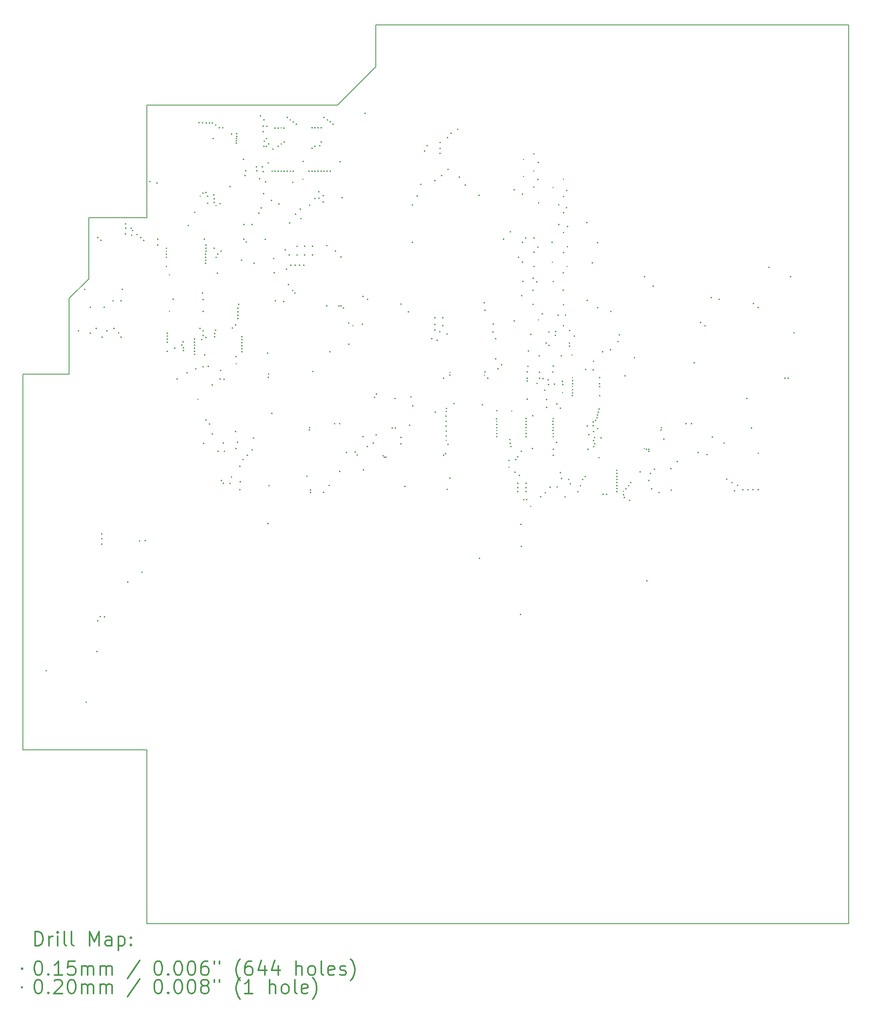
<source format=gbr>
%FSLAX45Y45*%
G04 Gerber Fmt 4.5, Leading zero omitted, Abs format (unit mm)*
G04 Created by KiCad (PCBNEW 4.0.7-e2-6376~61~ubuntu18.04.1) date Mon May 30 11:29:45 2022*
%MOMM*%
%LPD*%
G01*
G04 APERTURE LIST*
%ADD10C,0.127000*%
%ADD11C,0.200000*%
%ADD12C,0.300000*%
G04 APERTURE END LIST*
D10*
D11*
X6339000Y-11149000D02*
X6339000Y-8735000D01*
X5096000Y-11149000D02*
X6339000Y-11149000D01*
X5096000Y-12459000D02*
X5096000Y-11149000D01*
X4677000Y-12878000D02*
X5096000Y-12459000D01*
X4677000Y-14500000D02*
X4677000Y-12878000D01*
X3682000Y-14500000D02*
X4677000Y-14500000D01*
X6339000Y-22555000D02*
X6339000Y-26274000D01*
X3682000Y-22555000D02*
X6339000Y-22555000D01*
X3682000Y-14500000D02*
X3682000Y-22555000D01*
X10433000Y-8735000D02*
X6339000Y-8735000D01*
X11251000Y-7917000D02*
X10433000Y-8735000D01*
X11251000Y-7016000D02*
X11251000Y-7917000D01*
X21399000Y-7016000D02*
X11251000Y-7016000D01*
X21399000Y-26274000D02*
X21399000Y-7016000D01*
X6339000Y-26274000D02*
X21399000Y-26274000D01*
D11*
X4178500Y-20846500D02*
X4193500Y-20861500D01*
X4193500Y-20846500D02*
X4178500Y-20861500D01*
X4869500Y-13562500D02*
X4884500Y-13577500D01*
X4884500Y-13562500D02*
X4869500Y-13577500D01*
X5000500Y-12670500D02*
X5015500Y-12685500D01*
X5015500Y-12670500D02*
X5000500Y-12685500D01*
X5035250Y-21519000D02*
X5050250Y-21534000D01*
X5050250Y-21519000D02*
X5035250Y-21534000D01*
X5123500Y-13057500D02*
X5138500Y-13072500D01*
X5138500Y-13057500D02*
X5123500Y-13072500D01*
X5123500Y-13613500D02*
X5138500Y-13628500D01*
X5138500Y-13613500D02*
X5123500Y-13628500D01*
X5252500Y-13507500D02*
X5267500Y-13522500D01*
X5267500Y-13507500D02*
X5252500Y-13522500D01*
X5269500Y-20435542D02*
X5284500Y-20450542D01*
X5284500Y-20435542D02*
X5269500Y-20450542D01*
X5283500Y-19778542D02*
X5298500Y-19793542D01*
X5298500Y-19778542D02*
X5283500Y-19793542D01*
X5285500Y-11562500D02*
X5300500Y-11577500D01*
X5300500Y-11562500D02*
X5285500Y-11577500D01*
X5335500Y-19687500D02*
X5350500Y-19702500D01*
X5350500Y-19687500D02*
X5335500Y-19702500D01*
X5352500Y-11624500D02*
X5367500Y-11639500D01*
X5367500Y-11624500D02*
X5352500Y-11639500D01*
X5366500Y-17913500D02*
X5381500Y-17928500D01*
X5381500Y-17913500D02*
X5366500Y-17928500D01*
X5366500Y-18019500D02*
X5381500Y-18034500D01*
X5381500Y-18019500D02*
X5366500Y-18034500D01*
X5366500Y-18135500D02*
X5381500Y-18150500D01*
X5381500Y-18135500D02*
X5366500Y-18150500D01*
X5376500Y-13698500D02*
X5391500Y-13713500D01*
X5391500Y-13698500D02*
X5376500Y-13713500D01*
X5418500Y-13057500D02*
X5433500Y-13072500D01*
X5433500Y-13057500D02*
X5418500Y-13072500D01*
X5431500Y-19688500D02*
X5446500Y-19703500D01*
X5446500Y-19688500D02*
X5431500Y-19703500D01*
X5482500Y-13560500D02*
X5497500Y-13575500D01*
X5497500Y-13560500D02*
X5482500Y-13575500D01*
X5610500Y-12919500D02*
X5625500Y-12934500D01*
X5625500Y-12919500D02*
X5610500Y-12934500D01*
X5631500Y-13508500D02*
X5646500Y-13523500D01*
X5646500Y-13508500D02*
X5631500Y-13523500D01*
X5729500Y-13603500D02*
X5744500Y-13618500D01*
X5744500Y-13603500D02*
X5729500Y-13618500D01*
X5784500Y-13693500D02*
X5799500Y-13708500D01*
X5799500Y-13693500D02*
X5784500Y-13708500D01*
X5785500Y-12919500D02*
X5800500Y-12934500D01*
X5800500Y-12919500D02*
X5785500Y-12934500D01*
X5810500Y-12671500D02*
X5825500Y-12686500D01*
X5825500Y-12671500D02*
X5810500Y-12686500D01*
X5874500Y-11486500D02*
X5889500Y-11501500D01*
X5889500Y-11486500D02*
X5874500Y-11501500D01*
X5875500Y-11271500D02*
X5890500Y-11286500D01*
X5890500Y-11271500D02*
X5875500Y-11286500D01*
X5884500Y-11359500D02*
X5899500Y-11374500D01*
X5899500Y-11359500D02*
X5884500Y-11374500D01*
X5929500Y-18948500D02*
X5944500Y-18963500D01*
X5944500Y-18948500D02*
X5929500Y-18963500D01*
X5997500Y-11363500D02*
X6012500Y-11378500D01*
X6012500Y-11363500D02*
X5997500Y-11378500D01*
X6008500Y-11512500D02*
X6023500Y-11527500D01*
X6023500Y-11512500D02*
X6008500Y-11527500D01*
X6026500Y-11412500D02*
X6041500Y-11427500D01*
X6041500Y-11412500D02*
X6026500Y-11427500D01*
X6122500Y-11499500D02*
X6137500Y-11514500D01*
X6137500Y-11499500D02*
X6122500Y-11514500D01*
X6177500Y-18063500D02*
X6192500Y-18078500D01*
X6192500Y-18063500D02*
X6177500Y-18078500D01*
X6206500Y-11562500D02*
X6221500Y-11577500D01*
X6221500Y-11562500D02*
X6206500Y-11577500D01*
X6228500Y-18735500D02*
X6243500Y-18750500D01*
X6243500Y-18735500D02*
X6228500Y-18750500D01*
X6268500Y-11625500D02*
X6283500Y-11640500D01*
X6283500Y-11625500D02*
X6268500Y-11640500D01*
X6303500Y-18061500D02*
X6318500Y-18076500D01*
X6318500Y-18061500D02*
X6303500Y-18076500D01*
X6398500Y-10359500D02*
X6413500Y-10374500D01*
X6413500Y-10359500D02*
X6398500Y-10374500D01*
X6557500Y-10392500D02*
X6572500Y-10407500D01*
X6572500Y-10392500D02*
X6557500Y-10407500D01*
X6570000Y-11594500D02*
X6585000Y-11609500D01*
X6585000Y-11594500D02*
X6570000Y-11609500D01*
X6571000Y-11724500D02*
X6586000Y-11739500D01*
X6586000Y-11724500D02*
X6571000Y-11739500D01*
X6754500Y-11790000D02*
X6769500Y-11805000D01*
X6769500Y-11790000D02*
X6754500Y-11805000D01*
X6754500Y-11855500D02*
X6769500Y-11870500D01*
X6769500Y-11855500D02*
X6754500Y-11870500D01*
X6754500Y-11920000D02*
X6769500Y-11935000D01*
X6769500Y-11920000D02*
X6754500Y-11935000D01*
X6754500Y-11985000D02*
X6769500Y-12000000D01*
X6769500Y-11985000D02*
X6754500Y-12000000D01*
X6754500Y-12180000D02*
X6769500Y-12195000D01*
X6769500Y-12180000D02*
X6754500Y-12195000D01*
X6775500Y-14000500D02*
X6790500Y-14015500D01*
X6790500Y-14000500D02*
X6775500Y-14015500D01*
X6776500Y-13610000D02*
X6791500Y-13625000D01*
X6791500Y-13610000D02*
X6776500Y-13625000D01*
X6776500Y-13675000D02*
X6791500Y-13690000D01*
X6791500Y-13675000D02*
X6776500Y-13690000D01*
X6776500Y-13740000D02*
X6791500Y-13755000D01*
X6791500Y-13740000D02*
X6776500Y-13755000D01*
X6776500Y-13805000D02*
X6791500Y-13820000D01*
X6791500Y-13805000D02*
X6776500Y-13820000D01*
X6821000Y-12362300D02*
X6836000Y-12377300D01*
X6836000Y-12362300D02*
X6821000Y-12377300D01*
X6821000Y-13142000D02*
X6836000Y-13157000D01*
X6836000Y-13142000D02*
X6821000Y-13157000D01*
X6902500Y-12884500D02*
X6917500Y-12899500D01*
X6917500Y-12884500D02*
X6902500Y-12899500D01*
X6933500Y-13934500D02*
X6948500Y-13949500D01*
X6948500Y-13934500D02*
X6933500Y-13949500D01*
X6988500Y-14593500D02*
X7003500Y-14608500D01*
X7003500Y-14593500D02*
X6988500Y-14608500D01*
X7089500Y-13863500D02*
X7104500Y-13878500D01*
X7104500Y-13863500D02*
X7089500Y-13878500D01*
X7116500Y-13800500D02*
X7131500Y-13815500D01*
X7131500Y-13800500D02*
X7116500Y-13815500D01*
X7120500Y-13926500D02*
X7135500Y-13941500D01*
X7135500Y-13926500D02*
X7120500Y-13941500D01*
X7120500Y-13987500D02*
X7135500Y-14002500D01*
X7135500Y-13987500D02*
X7120500Y-14002500D01*
X7195500Y-14462500D02*
X7210500Y-14477500D01*
X7210500Y-14462500D02*
X7195500Y-14477500D01*
X7221500Y-11305500D02*
X7236500Y-11320500D01*
X7236500Y-11305500D02*
X7221500Y-11320500D01*
X7356500Y-13739500D02*
X7371500Y-13754500D01*
X7371500Y-13739500D02*
X7356500Y-13754500D01*
X7356500Y-13805000D02*
X7371500Y-13820000D01*
X7371500Y-13805000D02*
X7356500Y-13820000D01*
X7356500Y-13870000D02*
X7371500Y-13885000D01*
X7371500Y-13870000D02*
X7356500Y-13885000D01*
X7356500Y-13935000D02*
X7371500Y-13950000D01*
X7371500Y-13935000D02*
X7356500Y-13950000D01*
X7356500Y-14000000D02*
X7371500Y-14015000D01*
X7371500Y-14000000D02*
X7356500Y-14015000D01*
X7356500Y-14065000D02*
X7371500Y-14080000D01*
X7371500Y-14065000D02*
X7356500Y-14080000D01*
X7362500Y-11018500D02*
X7377500Y-11033500D01*
X7377500Y-11018500D02*
X7362500Y-11033500D01*
X7387500Y-14378500D02*
X7402500Y-14393500D01*
X7402500Y-14378500D02*
X7387500Y-14393500D01*
X7431500Y-15030500D02*
X7446500Y-15045500D01*
X7446500Y-15030500D02*
X7431500Y-15045500D01*
X7452500Y-9103500D02*
X7467500Y-9118500D01*
X7467500Y-9103500D02*
X7452500Y-9118500D01*
X7474500Y-13507500D02*
X7489500Y-13522500D01*
X7489500Y-13507500D02*
X7474500Y-13522500D01*
X7482500Y-10678500D02*
X7497500Y-10693500D01*
X7497500Y-10678500D02*
X7482500Y-10693500D01*
X7509500Y-13752500D02*
X7524500Y-13767500D01*
X7524500Y-13752500D02*
X7509500Y-13767500D01*
X7527500Y-12752500D02*
X7542500Y-12767500D01*
X7542500Y-12752500D02*
X7527500Y-12767500D01*
X7529500Y-9103500D02*
X7544500Y-9118500D01*
X7544500Y-9103500D02*
X7529500Y-9118500D01*
X7539500Y-10610500D02*
X7554500Y-10625500D01*
X7554500Y-10610500D02*
X7539500Y-10625500D01*
X7540500Y-13559500D02*
X7555500Y-13574500D01*
X7555500Y-13559500D02*
X7540500Y-13574500D01*
X7540500Y-14328500D02*
X7555500Y-14343500D01*
X7555500Y-14328500D02*
X7540500Y-14343500D01*
X7542500Y-13661500D02*
X7557500Y-13676500D01*
X7557500Y-13661500D02*
X7542500Y-13676500D01*
X7543500Y-13147500D02*
X7558500Y-13162500D01*
X7558500Y-13147500D02*
X7543500Y-13162500D01*
X7548500Y-12893500D02*
X7563500Y-12908500D01*
X7563500Y-12893500D02*
X7548500Y-12908500D01*
X7551500Y-15975500D02*
X7566500Y-15990500D01*
X7566500Y-15975500D02*
X7551500Y-15990500D01*
X7572500Y-11597500D02*
X7587500Y-11612500D01*
X7587500Y-11597500D02*
X7572500Y-11612500D01*
X7582500Y-14080500D02*
X7597500Y-14095500D01*
X7597500Y-14080500D02*
X7582500Y-14095500D01*
X7594500Y-12114500D02*
X7609500Y-12129500D01*
X7609500Y-12114500D02*
X7594500Y-12129500D01*
X7595500Y-12049500D02*
X7610500Y-12064500D01*
X7610500Y-12049500D02*
X7595500Y-12064500D01*
X7598500Y-11919500D02*
X7613500Y-11934500D01*
X7613500Y-11919500D02*
X7598500Y-11934500D01*
X7598500Y-11984500D02*
X7613500Y-11999500D01*
X7613500Y-11984500D02*
X7598500Y-11999500D01*
X7601500Y-15473500D02*
X7616500Y-15488500D01*
X7616500Y-15473500D02*
X7601500Y-15488500D01*
X7602500Y-11722500D02*
X7617500Y-11737500D01*
X7617500Y-11722500D02*
X7602500Y-11737500D01*
X7602500Y-11854500D02*
X7617500Y-11869500D01*
X7617500Y-11854500D02*
X7602500Y-11869500D01*
X7603500Y-10598500D02*
X7618500Y-10613500D01*
X7618500Y-10598500D02*
X7603500Y-10613500D01*
X7603500Y-11790500D02*
X7618500Y-11805500D01*
X7618500Y-11790500D02*
X7603500Y-11805500D01*
X7605500Y-13706500D02*
X7620500Y-13721500D01*
X7620500Y-13706500D02*
X7605500Y-13721500D01*
X7611500Y-9108500D02*
X7626500Y-9123500D01*
X7626500Y-9108500D02*
X7611500Y-9123500D01*
X7636500Y-10831500D02*
X7651500Y-10846500D01*
X7651500Y-10831500D02*
X7636500Y-10846500D01*
X7639500Y-10678500D02*
X7654500Y-10693500D01*
X7654500Y-10678500D02*
X7639500Y-10693500D01*
X7652500Y-14323500D02*
X7667500Y-14338500D01*
X7667500Y-14323500D02*
X7652500Y-14338500D01*
X7678500Y-15560500D02*
X7693500Y-15575500D01*
X7693500Y-15560500D02*
X7678500Y-15575500D01*
X7680500Y-9107500D02*
X7695500Y-9122500D01*
X7695500Y-9107500D02*
X7680500Y-9122500D01*
X7737500Y-15774500D02*
X7752500Y-15789500D01*
X7752500Y-15774500D02*
X7737500Y-15789500D01*
X7738500Y-14722500D02*
X7753500Y-14737500D01*
X7753500Y-14722500D02*
X7738500Y-14737500D01*
X7742500Y-9107500D02*
X7757500Y-9122500D01*
X7757500Y-9107500D02*
X7742500Y-9122500D01*
X7758500Y-9442500D02*
X7773500Y-9457500D01*
X7773500Y-9442500D02*
X7758500Y-9457500D01*
X7774500Y-10645500D02*
X7789500Y-10660500D01*
X7789500Y-10645500D02*
X7774500Y-10660500D01*
X7780500Y-11790500D02*
X7795500Y-11805500D01*
X7795500Y-11790500D02*
X7780500Y-11805500D01*
X7781500Y-10735500D02*
X7796500Y-10750500D01*
X7796500Y-10735500D02*
X7781500Y-10750500D01*
X7785500Y-10810500D02*
X7800500Y-10825500D01*
X7800500Y-10810500D02*
X7785500Y-10825500D01*
X7793500Y-13622000D02*
X7808500Y-13637000D01*
X7808500Y-13622000D02*
X7793500Y-13637000D01*
X7793500Y-13687000D02*
X7808500Y-13702000D01*
X7808500Y-13687000D02*
X7793500Y-13702000D01*
X7807500Y-13547500D02*
X7822500Y-13562500D01*
X7822500Y-13547500D02*
X7807500Y-13562500D01*
X7812500Y-9147500D02*
X7827500Y-9162500D01*
X7827500Y-9147500D02*
X7812500Y-9162500D01*
X7820500Y-10881500D02*
X7835500Y-10896500D01*
X7835500Y-10881500D02*
X7820500Y-10896500D01*
X7820500Y-11983500D02*
X7835500Y-11998500D01*
X7835500Y-11983500D02*
X7820500Y-11998500D01*
X7850500Y-12322000D02*
X7865500Y-12337000D01*
X7865500Y-12322000D02*
X7850500Y-12337000D01*
X7858500Y-11919500D02*
X7873500Y-11934500D01*
X7873500Y-11919500D02*
X7858500Y-11934500D01*
X7869500Y-16144500D02*
X7884500Y-16159500D01*
X7884500Y-16144500D02*
X7869500Y-16159500D01*
X7894500Y-9210500D02*
X7909500Y-9225500D01*
X7909500Y-9210500D02*
X7894500Y-9225500D01*
X7905500Y-10835500D02*
X7920500Y-10850500D01*
X7920500Y-10835500D02*
X7905500Y-10850500D01*
X7910500Y-14593500D02*
X7925500Y-14608500D01*
X7925500Y-14593500D02*
X7910500Y-14608500D01*
X7919500Y-14411500D02*
X7934500Y-14426500D01*
X7934500Y-14411500D02*
X7919500Y-14426500D01*
X7928500Y-11855500D02*
X7943500Y-11870500D01*
X7943500Y-11855500D02*
X7928500Y-11870500D01*
X7932500Y-16771500D02*
X7947500Y-16786500D01*
X7947500Y-16771500D02*
X7932500Y-16786500D01*
X7965500Y-9208500D02*
X7980500Y-9223500D01*
X7980500Y-9208500D02*
X7965500Y-9223500D01*
X7976500Y-16828500D02*
X7991500Y-16843500D01*
X7991500Y-16828500D02*
X7976500Y-16843500D01*
X7978500Y-15964500D02*
X7993500Y-15979500D01*
X7993500Y-15964500D02*
X7978500Y-15979500D01*
X7992500Y-14602500D02*
X8007500Y-14617500D01*
X8007500Y-14602500D02*
X7992500Y-14617500D01*
X7997500Y-16143500D02*
X8012500Y-16158500D01*
X8012500Y-16143500D02*
X7997500Y-16158500D01*
X8120500Y-16833500D02*
X8135500Y-16848500D01*
X8135500Y-16833500D02*
X8120500Y-16848500D01*
X8123500Y-10472500D02*
X8138500Y-10487500D01*
X8138500Y-10472500D02*
X8123500Y-10487500D01*
X8151500Y-16694500D02*
X8166500Y-16709500D01*
X8166500Y-16694500D02*
X8151500Y-16709500D01*
X8152500Y-9341500D02*
X8167500Y-9356500D01*
X8167500Y-9341500D02*
X8152500Y-9356500D01*
X8174500Y-13504500D02*
X8189500Y-13519500D01*
X8189500Y-13504500D02*
X8174500Y-13519500D01*
X8238500Y-13436500D02*
X8253500Y-13451500D01*
X8253500Y-13436500D02*
X8238500Y-13451500D01*
X8238500Y-15717500D02*
X8253500Y-15732500D01*
X8253500Y-15717500D02*
X8238500Y-15732500D01*
X8249500Y-16085500D02*
X8264500Y-16100500D01*
X8264500Y-16085500D02*
X8249500Y-16100500D01*
X8250500Y-14116500D02*
X8265500Y-14131500D01*
X8265500Y-14116500D02*
X8250500Y-14131500D01*
X8252500Y-14268500D02*
X8267500Y-14283500D01*
X8267500Y-14268500D02*
X8252500Y-14283500D01*
X8257500Y-9490500D02*
X8272500Y-9505500D01*
X8272500Y-9490500D02*
X8257500Y-9505500D01*
X8257500Y-9537500D02*
X8272500Y-9552500D01*
X8272500Y-9537500D02*
X8257500Y-9552500D01*
X8259500Y-9442500D02*
X8274500Y-9457500D01*
X8274500Y-9442500D02*
X8259500Y-9457500D01*
X8262500Y-9336500D02*
X8277500Y-9351500D01*
X8277500Y-9336500D02*
X8262500Y-9351500D01*
X8263500Y-9393500D02*
X8278500Y-9408500D01*
X8278500Y-9393500D02*
X8263500Y-9408500D01*
X8283500Y-15950500D02*
X8298500Y-15965500D01*
X8298500Y-15950500D02*
X8283500Y-15965500D01*
X8290500Y-13301500D02*
X8305500Y-13316500D01*
X8305500Y-13301500D02*
X8290500Y-13316500D01*
X8291500Y-13230500D02*
X8306500Y-13245500D01*
X8306500Y-13230500D02*
X8291500Y-13245500D01*
X8293500Y-13079500D02*
X8308500Y-13094500D01*
X8308500Y-13079500D02*
X8293500Y-13094500D01*
X8293500Y-13157500D02*
X8308500Y-13172500D01*
X8308500Y-13157500D02*
X8293500Y-13172500D01*
X8309500Y-12993500D02*
X8324500Y-13008500D01*
X8324500Y-12993500D02*
X8309500Y-13008500D01*
X8330500Y-16963500D02*
X8345500Y-16978500D01*
X8345500Y-16963500D02*
X8330500Y-16978500D01*
X8332500Y-16466500D02*
X8347500Y-16481500D01*
X8347500Y-16466500D02*
X8332500Y-16481500D01*
X8340500Y-16795500D02*
X8355500Y-16810500D01*
X8355500Y-16795500D02*
X8340500Y-16810500D01*
X8369500Y-12049500D02*
X8384500Y-12064500D01*
X8384500Y-12049500D02*
X8369500Y-12064500D01*
X8373500Y-13687000D02*
X8388500Y-13702000D01*
X8388500Y-13687000D02*
X8373500Y-13702000D01*
X8373500Y-13752000D02*
X8388500Y-13767000D01*
X8388500Y-13752000D02*
X8373500Y-13767000D01*
X8373500Y-13817000D02*
X8388500Y-13832000D01*
X8388500Y-13817000D02*
X8373500Y-13832000D01*
X8373500Y-13882000D02*
X8388500Y-13897000D01*
X8388500Y-13882000D02*
X8373500Y-13897000D01*
X8373500Y-13947000D02*
X8388500Y-13962000D01*
X8388500Y-13947000D02*
X8373500Y-13962000D01*
X8373500Y-14012000D02*
X8388500Y-14027000D01*
X8388500Y-14012000D02*
X8373500Y-14027000D01*
X8395500Y-16322500D02*
X8410500Y-16337500D01*
X8410500Y-16322500D02*
X8395500Y-16337500D01*
X8410042Y-9886000D02*
X8425042Y-9901000D01*
X8425042Y-9886000D02*
X8410042Y-9901000D01*
X8418500Y-11282500D02*
X8433500Y-11297500D01*
X8433500Y-11282500D02*
X8418500Y-11297500D01*
X8418500Y-11597500D02*
X8433500Y-11612500D01*
X8433500Y-11597500D02*
X8418500Y-11612500D01*
X8445500Y-10235500D02*
X8460500Y-10250500D01*
X8460500Y-10235500D02*
X8445500Y-10250500D01*
X8459500Y-10134500D02*
X8474500Y-10149500D01*
X8474500Y-10134500D02*
X8459500Y-10149500D01*
X8470500Y-11660500D02*
X8485500Y-11675500D01*
X8485500Y-11660500D02*
X8470500Y-11675500D01*
X8494500Y-16229500D02*
X8509500Y-16244500D01*
X8509500Y-16229500D02*
X8494500Y-16244500D01*
X8592500Y-16113500D02*
X8607500Y-16128500D01*
X8607500Y-16113500D02*
X8592500Y-16128500D01*
X8598500Y-11282500D02*
X8613500Y-11297500D01*
X8613500Y-11282500D02*
X8598500Y-11297500D01*
X8618500Y-15860500D02*
X8633500Y-15875500D01*
X8633500Y-15860500D02*
X8618500Y-15875500D01*
X8640500Y-12115500D02*
X8655500Y-12130500D01*
X8655500Y-12115500D02*
X8640500Y-12130500D01*
X8687500Y-10049500D02*
X8702500Y-10064500D01*
X8702500Y-10049500D02*
X8687500Y-10064500D01*
X8694500Y-10131500D02*
X8709500Y-10146500D01*
X8709500Y-10131500D02*
X8694500Y-10146500D01*
X8741500Y-11039500D02*
X8756500Y-11054500D01*
X8756500Y-11039500D02*
X8741500Y-11054500D01*
X8757500Y-10300500D02*
X8772500Y-10315500D01*
X8772500Y-10300500D02*
X8757500Y-10315500D01*
X8773500Y-8953500D02*
X8788500Y-8968500D01*
X8788500Y-8953500D02*
X8773500Y-8968500D01*
X8790500Y-10925500D02*
X8805500Y-10940500D01*
X8805500Y-10925500D02*
X8790500Y-10940500D01*
X8813500Y-10049500D02*
X8828500Y-10064500D01*
X8828500Y-10049500D02*
X8813500Y-10064500D01*
X8830500Y-9291500D02*
X8845500Y-9306500D01*
X8845500Y-9291500D02*
X8830500Y-9306500D01*
X8830500Y-10151500D02*
X8845500Y-10166500D01*
X8845500Y-10151500D02*
X8830500Y-10166500D01*
X8833500Y-9174500D02*
X8848500Y-9189500D01*
X8848500Y-9174500D02*
X8833500Y-9189500D01*
X8838500Y-10623500D02*
X8853500Y-10638500D01*
X8853500Y-10623500D02*
X8838500Y-10638500D01*
X8850500Y-9038500D02*
X8865500Y-9053500D01*
X8865500Y-9038500D02*
X8850500Y-9053500D01*
X8850500Y-9606500D02*
X8865500Y-9621500D01*
X8865500Y-9606500D02*
X8850500Y-9621500D01*
X8853500Y-9494500D02*
X8868500Y-9509500D01*
X8868500Y-9494500D02*
X8853500Y-9509500D01*
X8871979Y-11601021D02*
X8886979Y-11616021D01*
X8886979Y-11601021D02*
X8871979Y-11616021D01*
X8881500Y-10367500D02*
X8896500Y-10382500D01*
X8896500Y-10367500D02*
X8881500Y-10382500D01*
X8902500Y-9442500D02*
X8917500Y-9457500D01*
X8917500Y-9442500D02*
X8902500Y-9457500D01*
X8902500Y-9607500D02*
X8917500Y-9622500D01*
X8917500Y-9607500D02*
X8902500Y-9622500D01*
X8911500Y-9179500D02*
X8926500Y-9194500D01*
X8926500Y-9179500D02*
X8911500Y-9194500D01*
X8922500Y-14039500D02*
X8937500Y-14054500D01*
X8937500Y-14039500D02*
X8922500Y-14054500D01*
X8932500Y-17695500D02*
X8947500Y-17710500D01*
X8947500Y-17695500D02*
X8932500Y-17710500D01*
X8938500Y-9960500D02*
X8953500Y-9975500D01*
X8953500Y-9960500D02*
X8938500Y-9975500D01*
X8944500Y-14560500D02*
X8959500Y-14575500D01*
X8959500Y-14560500D02*
X8944500Y-14575500D01*
X8946500Y-14484500D02*
X8961500Y-14499500D01*
X8961500Y-14484500D02*
X8946500Y-14499500D01*
X8952500Y-9557500D02*
X8967500Y-9572500D01*
X8967500Y-9557500D02*
X8952500Y-9572500D01*
X8955500Y-16878500D02*
X8970500Y-16893500D01*
X8970500Y-16878500D02*
X8955500Y-16893500D01*
X9008500Y-10769500D02*
X9023500Y-10784500D01*
X9023500Y-10769500D02*
X9008500Y-10784500D01*
X9020000Y-15328000D02*
X9035000Y-15343000D01*
X9035000Y-15328000D02*
X9020000Y-15343000D01*
X9022500Y-10138000D02*
X9037500Y-10153000D01*
X9037500Y-10138000D02*
X9022500Y-10153000D01*
X9040500Y-9668500D02*
X9055500Y-9683500D01*
X9055500Y-9668500D02*
X9040500Y-9683500D01*
X9056500Y-12010500D02*
X9071500Y-12025500D01*
X9071500Y-12010500D02*
X9056500Y-12025500D01*
X9068542Y-12319500D02*
X9083542Y-12334500D01*
X9083542Y-12319500D02*
X9068542Y-12334500D01*
X9087500Y-9214500D02*
X9102500Y-9229500D01*
X9102500Y-9214500D02*
X9087500Y-9229500D01*
X9087500Y-10138000D02*
X9102500Y-10153000D01*
X9102500Y-10138000D02*
X9087500Y-10153000D01*
X9093500Y-12914500D02*
X9108500Y-12929500D01*
X9108500Y-12914500D02*
X9093500Y-12929500D01*
X9152500Y-9214500D02*
X9167500Y-9229500D01*
X9167500Y-9214500D02*
X9152500Y-9229500D01*
X9152500Y-9607500D02*
X9167500Y-9622500D01*
X9167500Y-9607500D02*
X9152500Y-9622500D01*
X9152500Y-10138000D02*
X9167500Y-10153000D01*
X9167500Y-10138000D02*
X9152500Y-10153000D01*
X9168500Y-10840500D02*
X9183500Y-10855500D01*
X9183500Y-10840500D02*
X9168500Y-10855500D01*
X9217500Y-9214000D02*
X9232500Y-9229000D01*
X9232500Y-9214000D02*
X9217500Y-9229000D01*
X9217500Y-9557500D02*
X9232500Y-9572500D01*
X9232500Y-9557500D02*
X9217500Y-9572500D01*
X9217500Y-10138000D02*
X9232500Y-10153000D01*
X9232500Y-10138000D02*
X9217500Y-10153000D01*
X9271500Y-12937500D02*
X9286500Y-12952500D01*
X9286500Y-12937500D02*
X9271500Y-12952500D01*
X9281500Y-9511500D02*
X9296500Y-9526500D01*
X9296500Y-9511500D02*
X9281500Y-9526500D01*
X9282500Y-9214500D02*
X9297500Y-9229500D01*
X9297500Y-9214500D02*
X9282500Y-9229500D01*
X9282500Y-10138000D02*
X9297500Y-10153000D01*
X9297500Y-10138000D02*
X9282500Y-10153000D01*
X9309500Y-11823500D02*
X9324500Y-11838500D01*
X9324500Y-11823500D02*
X9309500Y-11838500D01*
X9330500Y-12240500D02*
X9345500Y-12255500D01*
X9345500Y-12240500D02*
X9330500Y-12255500D01*
X9347500Y-8990500D02*
X9362500Y-9005500D01*
X9362500Y-8990500D02*
X9347500Y-9005500D01*
X9347500Y-10138000D02*
X9362500Y-10153000D01*
X9362500Y-10138000D02*
X9347500Y-10153000D01*
X9377500Y-12571500D02*
X9392500Y-12586500D01*
X9392500Y-12571500D02*
X9377500Y-12586500D01*
X9391500Y-11933542D02*
X9406500Y-11948542D01*
X9406500Y-11933542D02*
X9391500Y-11948542D01*
X9400500Y-11251500D02*
X9415500Y-11266500D01*
X9415500Y-11251500D02*
X9400500Y-11266500D01*
X9412500Y-9037500D02*
X9427500Y-9052500D01*
X9427500Y-9037500D02*
X9412500Y-9052500D01*
X9412500Y-10138000D02*
X9427500Y-10153000D01*
X9427500Y-10138000D02*
X9412500Y-10153000D01*
X9425500Y-12154542D02*
X9440500Y-12169542D01*
X9440500Y-12154542D02*
X9425500Y-12169542D01*
X9462500Y-12698500D02*
X9477500Y-12713500D01*
X9477500Y-12698500D02*
X9462500Y-12713500D01*
X9463500Y-10379500D02*
X9478500Y-10394500D01*
X9478500Y-10379500D02*
X9463500Y-10394500D01*
X9477500Y-9085500D02*
X9492500Y-9100500D01*
X9492500Y-9085500D02*
X9477500Y-9100500D01*
X9477500Y-10138000D02*
X9492500Y-10153000D01*
X9492500Y-10138000D02*
X9477500Y-10153000D01*
X9511000Y-12752000D02*
X9526000Y-12767000D01*
X9526000Y-12752000D02*
X9511000Y-12767000D01*
X9519500Y-12154542D02*
X9534500Y-12169542D01*
X9534500Y-12154542D02*
X9519500Y-12169542D01*
X9523500Y-11062542D02*
X9538500Y-11077542D01*
X9538500Y-11062542D02*
X9523500Y-11077542D01*
X9542500Y-9131500D02*
X9557500Y-9146500D01*
X9557500Y-9131500D02*
X9542500Y-9146500D01*
X9555500Y-11746542D02*
X9570500Y-11761542D01*
X9570500Y-11746542D02*
X9555500Y-11761542D01*
X9555500Y-11933542D02*
X9570500Y-11948542D01*
X9570500Y-11933542D02*
X9555500Y-11948542D01*
X9611500Y-12154542D02*
X9626500Y-12169542D01*
X9626500Y-12154542D02*
X9611500Y-12169542D01*
X9630500Y-10955500D02*
X9645500Y-10970500D01*
X9645500Y-10955500D02*
X9630500Y-10970500D01*
X9640500Y-11153500D02*
X9655500Y-11168500D01*
X9655500Y-11153500D02*
X9640500Y-11168500D01*
X9683500Y-10314500D02*
X9698500Y-10329500D01*
X9698500Y-10314500D02*
X9683500Y-10329500D01*
X9690500Y-9933500D02*
X9705500Y-9948500D01*
X9705500Y-9933500D02*
X9690500Y-9948500D01*
X9706500Y-12154542D02*
X9721500Y-12169542D01*
X9721500Y-12154542D02*
X9706500Y-12169542D01*
X9721500Y-11746542D02*
X9736500Y-11761542D01*
X9736500Y-11746542D02*
X9721500Y-11761542D01*
X9721500Y-11933542D02*
X9736500Y-11948542D01*
X9736500Y-11933542D02*
X9721500Y-11948542D01*
X9768500Y-16679500D02*
X9783500Y-16694500D01*
X9783500Y-16679500D02*
X9768500Y-16694500D01*
X9814500Y-10140000D02*
X9829500Y-10155000D01*
X9829500Y-10140000D02*
X9814500Y-10155000D01*
X9822000Y-15688000D02*
X9837000Y-15703000D01*
X9837000Y-15688000D02*
X9822000Y-15703000D01*
X9826500Y-15632500D02*
X9841500Y-15647500D01*
X9841500Y-15632500D02*
X9826500Y-15647500D01*
X9827500Y-10865500D02*
X9842500Y-10880500D01*
X9842500Y-10865500D02*
X9827500Y-10880500D01*
X9848500Y-16975500D02*
X9863500Y-16990500D01*
X9863500Y-16975500D02*
X9848500Y-16990500D01*
X9849500Y-17025500D02*
X9864500Y-17040500D01*
X9864500Y-17025500D02*
X9849500Y-17040500D01*
X9879500Y-9211000D02*
X9894500Y-9226000D01*
X9894500Y-9211000D02*
X9879500Y-9226000D01*
X9879500Y-9651500D02*
X9894500Y-9666500D01*
X9894500Y-9651500D02*
X9879500Y-9666500D01*
X9879500Y-10140000D02*
X9894500Y-10155000D01*
X9894500Y-10140000D02*
X9879500Y-10155000D01*
X9887500Y-11746542D02*
X9902500Y-11761542D01*
X9902500Y-11746542D02*
X9887500Y-11761542D01*
X9887500Y-11933542D02*
X9902500Y-11948542D01*
X9902500Y-11933542D02*
X9887500Y-11948542D01*
X9895500Y-14430500D02*
X9910500Y-14445500D01*
X9910500Y-14430500D02*
X9895500Y-14445500D01*
X9940500Y-10724500D02*
X9955500Y-10739500D01*
X9955500Y-10724500D02*
X9940500Y-10739500D01*
X9944500Y-9211000D02*
X9959500Y-9226000D01*
X9959500Y-9211000D02*
X9944500Y-9226000D01*
X9944500Y-9606500D02*
X9959500Y-9621500D01*
X9959500Y-9606500D02*
X9944500Y-9621500D01*
X9944500Y-10140000D02*
X9959500Y-10155000D01*
X9959500Y-10140000D02*
X9944500Y-10155000D01*
X10009500Y-10140000D02*
X10024500Y-10155000D01*
X10024500Y-10140000D02*
X10009500Y-10155000D01*
X10010500Y-9211500D02*
X10025500Y-9226500D01*
X10025500Y-9211500D02*
X10010500Y-9226500D01*
X10028542Y-10583500D02*
X10043542Y-10598500D01*
X10043542Y-10583500D02*
X10028542Y-10598500D01*
X10028542Y-10720500D02*
X10043542Y-10735500D01*
X10043542Y-10720500D02*
X10028542Y-10735500D01*
X10044500Y-9593500D02*
X10059500Y-9608500D01*
X10059500Y-9593500D02*
X10044500Y-9608500D01*
X10074500Y-9211000D02*
X10089500Y-9226000D01*
X10089500Y-9211000D02*
X10074500Y-9226000D01*
X10074500Y-10140000D02*
X10089500Y-10155000D01*
X10089500Y-10140000D02*
X10074500Y-10155000D01*
X10075500Y-9513500D02*
X10090500Y-9528500D01*
X10090500Y-9513500D02*
X10075500Y-9528500D01*
X10117458Y-10801500D02*
X10132458Y-10816500D01*
X10132458Y-10801500D02*
X10117458Y-10816500D01*
X10117500Y-10666500D02*
X10132500Y-10681500D01*
X10132500Y-10666500D02*
X10117500Y-10681500D01*
X10125500Y-17024500D02*
X10140500Y-17039500D01*
X10140500Y-17024500D02*
X10125500Y-17039500D01*
X10138500Y-8990500D02*
X10153500Y-9005500D01*
X10153500Y-8990500D02*
X10138500Y-9005500D01*
X10139500Y-10140000D02*
X10154500Y-10155000D01*
X10154500Y-10140000D02*
X10139500Y-10155000D01*
X10192500Y-11736500D02*
X10207500Y-11751500D01*
X10207500Y-11736500D02*
X10192500Y-11751500D01*
X10192500Y-13030500D02*
X10207500Y-13045500D01*
X10207500Y-13030500D02*
X10192500Y-13045500D01*
X10204500Y-10140000D02*
X10219500Y-10155000D01*
X10219500Y-10140000D02*
X10204500Y-10155000D01*
X10207500Y-9037500D02*
X10222500Y-9052500D01*
X10222500Y-9037500D02*
X10207500Y-9052500D01*
X10248250Y-16875500D02*
X10263250Y-16890500D01*
X10263250Y-16875500D02*
X10248250Y-16890500D01*
X10264500Y-14009500D02*
X10279500Y-14024500D01*
X10279500Y-14009500D02*
X10264500Y-14024500D01*
X10268500Y-10140000D02*
X10283500Y-10155000D01*
X10283500Y-10140000D02*
X10268500Y-10155000D01*
X10270500Y-9084500D02*
X10285500Y-9099500D01*
X10285500Y-9084500D02*
X10270500Y-9099500D01*
X10333500Y-9131500D02*
X10348500Y-9146500D01*
X10348500Y-9131500D02*
X10333500Y-9146500D01*
X10361500Y-15549500D02*
X10376500Y-15564500D01*
X10376500Y-15549500D02*
X10361500Y-15564500D01*
X10381500Y-11851500D02*
X10396500Y-11866500D01*
X10396500Y-11851500D02*
X10381500Y-11866500D01*
X10460500Y-13030500D02*
X10475500Y-13045500D01*
X10475500Y-13030500D02*
X10460500Y-13045500D01*
X10471500Y-15551500D02*
X10486500Y-15566500D01*
X10486500Y-15551500D02*
X10471500Y-15566500D01*
X10475500Y-16572500D02*
X10490500Y-16587500D01*
X10490500Y-16572500D02*
X10475500Y-16587500D01*
X10484500Y-9937500D02*
X10499500Y-9952500D01*
X10499500Y-9937500D02*
X10484500Y-9952500D01*
X10498500Y-11979500D02*
X10513500Y-11994500D01*
X10513500Y-11979500D02*
X10498500Y-11994500D01*
X10502500Y-13030500D02*
X10517500Y-13045500D01*
X10517500Y-13030500D02*
X10502500Y-13045500D01*
X10523500Y-10705500D02*
X10538500Y-10720500D01*
X10538500Y-10705500D02*
X10523500Y-10720500D01*
X10551500Y-13073500D02*
X10566500Y-13088500D01*
X10566500Y-13073500D02*
X10551500Y-13088500D01*
X10619500Y-16169458D02*
X10634500Y-16184458D01*
X10634500Y-16169458D02*
X10619500Y-16184458D01*
X10665500Y-13391500D02*
X10680500Y-13406500D01*
X10680500Y-13391500D02*
X10665500Y-13406500D01*
X10666500Y-13846500D02*
X10681500Y-13861500D01*
X10681500Y-13846500D02*
X10666500Y-13861500D01*
X10759458Y-13455500D02*
X10774458Y-13470500D01*
X10774458Y-13455500D02*
X10759458Y-13470500D01*
X10803500Y-16162500D02*
X10818500Y-16177500D01*
X10818500Y-16162500D02*
X10803500Y-16177500D01*
X10845500Y-16223500D02*
X10860500Y-16238500D01*
X10860500Y-16223500D02*
X10845500Y-16238500D01*
X10958500Y-13421500D02*
X10973500Y-13436500D01*
X10973500Y-13421500D02*
X10958500Y-13436500D01*
X10975500Y-12822500D02*
X10990500Y-12837500D01*
X10990500Y-12822500D02*
X10975500Y-12837500D01*
X10975500Y-15829500D02*
X10990500Y-15844500D01*
X10990500Y-15829500D02*
X10975500Y-15844500D01*
X10980500Y-16541500D02*
X10995500Y-16556500D01*
X10995500Y-16541500D02*
X10980500Y-16556500D01*
X11014500Y-8900500D02*
X11029500Y-8915500D01*
X11029500Y-8900500D02*
X11014500Y-8915500D01*
X11066500Y-16039500D02*
X11081500Y-16054500D01*
X11081500Y-16039500D02*
X11066500Y-16054500D01*
X11067458Y-12887500D02*
X11082458Y-12902500D01*
X11082458Y-12887500D02*
X11067458Y-12902500D01*
X11191500Y-15963500D02*
X11206500Y-15978500D01*
X11206500Y-15963500D02*
X11191500Y-15978500D01*
X11220500Y-14988500D02*
X11235500Y-15003500D01*
X11235500Y-14988500D02*
X11220500Y-15003500D01*
X11253500Y-15791500D02*
X11268500Y-15806500D01*
X11268500Y-15791500D02*
X11253500Y-15806500D01*
X11265500Y-14917500D02*
X11280500Y-14932500D01*
X11280500Y-14917500D02*
X11265500Y-14932500D01*
X11401500Y-16236500D02*
X11416500Y-16251500D01*
X11416500Y-16236500D02*
X11401500Y-16251500D01*
X11429500Y-16270500D02*
X11444500Y-16285500D01*
X11444500Y-16270500D02*
X11429500Y-16285500D01*
X11468500Y-16268500D02*
X11483500Y-16283500D01*
X11483500Y-16268500D02*
X11468500Y-16283500D01*
X11603500Y-15642500D02*
X11618500Y-15657500D01*
X11618500Y-15642500D02*
X11603500Y-15657500D01*
X11663500Y-15013500D02*
X11678500Y-15028500D01*
X11678500Y-15013500D02*
X11663500Y-15028500D01*
X11668500Y-15642500D02*
X11683500Y-15657500D01*
X11683500Y-15642500D02*
X11668500Y-15657500D01*
X11784500Y-12989500D02*
X11799500Y-13004500D01*
X11799500Y-12989500D02*
X11784500Y-13004500D01*
X11784500Y-15847500D02*
X11799500Y-15862500D01*
X11799500Y-15847500D02*
X11784500Y-15862500D01*
X11784500Y-15985500D02*
X11799500Y-16000500D01*
X11799500Y-15985500D02*
X11784500Y-16000500D01*
X11871500Y-16896500D02*
X11886500Y-16911500D01*
X11886500Y-16896500D02*
X11871500Y-16911500D01*
X11946500Y-13155500D02*
X11961500Y-13170500D01*
X11961500Y-13155500D02*
X11946500Y-13170500D01*
X11971500Y-15586500D02*
X11986500Y-15601500D01*
X11986500Y-15586500D02*
X11971500Y-15601500D01*
X11996500Y-14979500D02*
X12011500Y-14994500D01*
X12011500Y-14979500D02*
X11996500Y-14994500D01*
X12032500Y-10863500D02*
X12047500Y-10878500D01*
X12047500Y-10863500D02*
X12032500Y-10878500D01*
X12032500Y-11664500D02*
X12047500Y-11679500D01*
X12047500Y-11664500D02*
X12032500Y-11679500D01*
X12040500Y-15171500D02*
X12055500Y-15186500D01*
X12055500Y-15171500D02*
X12040500Y-15186500D01*
X12132500Y-10675500D02*
X12147500Y-10690500D01*
X12147500Y-10675500D02*
X12132500Y-10690500D01*
X12207500Y-10424500D02*
X12222500Y-10439500D01*
X12222500Y-10424500D02*
X12207500Y-10439500D01*
X12298500Y-9708500D02*
X12313500Y-9723500D01*
X12313500Y-9708500D02*
X12298500Y-9723500D01*
X12347500Y-9593500D02*
X12362500Y-9608500D01*
X12362500Y-9593500D02*
X12347500Y-9608500D01*
X12444500Y-13728500D02*
X12459500Y-13743500D01*
X12459500Y-13728500D02*
X12444500Y-13743500D01*
X12512500Y-10344500D02*
X12527500Y-10359500D01*
X12527500Y-10344500D02*
X12512500Y-10359500D01*
X12512500Y-13427500D02*
X12527500Y-13442500D01*
X12527500Y-13427500D02*
X12512500Y-13442500D01*
X12513500Y-13543500D02*
X12528500Y-13558500D01*
X12528500Y-13543500D02*
X12513500Y-13558500D01*
X12515500Y-13283500D02*
X12530500Y-13298500D01*
X12530500Y-13283500D02*
X12515500Y-13298500D01*
X12525500Y-15302500D02*
X12540500Y-15317500D01*
X12540500Y-15302500D02*
X12525500Y-15317500D01*
X12564500Y-13762500D02*
X12579500Y-13777500D01*
X12579500Y-13762500D02*
X12564500Y-13777500D01*
X12615500Y-13581500D02*
X12630500Y-13596500D01*
X12630500Y-13581500D02*
X12615500Y-13596500D01*
X12624500Y-9759500D02*
X12639500Y-9774500D01*
X12639500Y-9759500D02*
X12624500Y-9774500D01*
X12626500Y-9526500D02*
X12641500Y-9541500D01*
X12641500Y-9526500D02*
X12626500Y-9541500D01*
X12627500Y-9654500D02*
X12642500Y-9669500D01*
X12642500Y-9654500D02*
X12627500Y-9669500D01*
X12659500Y-10235500D02*
X12674500Y-10250500D01*
X12674500Y-10235500D02*
X12659500Y-10250500D01*
X12682500Y-13449500D02*
X12697500Y-13464500D01*
X12697500Y-13449500D02*
X12682500Y-13464500D01*
X12683500Y-13283500D02*
X12698500Y-13298500D01*
X12698500Y-13283500D02*
X12683500Y-13298500D01*
X12699500Y-14576458D02*
X12714500Y-14591458D01*
X12714500Y-14576458D02*
X12699500Y-14591458D01*
X12704500Y-16229500D02*
X12719500Y-16244500D01*
X12719500Y-16229500D02*
X12704500Y-16244500D01*
X12741500Y-16191500D02*
X12756500Y-16206500D01*
X12756500Y-16191500D02*
X12741500Y-16206500D01*
X12755500Y-15392500D02*
X12770500Y-15407500D01*
X12770500Y-15392500D02*
X12755500Y-15407500D01*
X12755500Y-15605500D02*
X12770500Y-15620500D01*
X12770500Y-15605500D02*
X12755500Y-15620500D01*
X12756500Y-15285500D02*
X12771500Y-15300500D01*
X12771500Y-15285500D02*
X12756500Y-15300500D01*
X12756500Y-15911500D02*
X12771500Y-15926500D01*
X12771500Y-15911500D02*
X12756500Y-15926500D01*
X12757500Y-15499500D02*
X12772500Y-15514500D01*
X12772500Y-15499500D02*
X12757500Y-15514500D01*
X12757500Y-15710500D02*
X12772500Y-15725500D01*
X12772500Y-15710500D02*
X12757500Y-15725500D01*
X12757500Y-15810500D02*
X12772500Y-15825500D01*
X12772500Y-15810500D02*
X12757500Y-15825500D01*
X12758500Y-15225500D02*
X12773500Y-15240500D01*
X12773500Y-15225500D02*
X12758500Y-15240500D01*
X12774500Y-13625542D02*
X12789500Y-13640542D01*
X12789500Y-13625542D02*
X12774500Y-13640542D01*
X12779500Y-16959500D02*
X12794500Y-16974500D01*
X12794500Y-16959500D02*
X12779500Y-16974500D01*
X12783500Y-9423500D02*
X12798500Y-9438500D01*
X12798500Y-9423500D02*
X12783500Y-9438500D01*
X12793500Y-10102500D02*
X12808500Y-10117500D01*
X12808500Y-10102500D02*
X12793500Y-10117500D01*
X12797500Y-15994500D02*
X12812500Y-16009500D01*
X12812500Y-15994500D02*
X12797500Y-16009500D01*
X12837500Y-16721500D02*
X12852500Y-16736500D01*
X12852500Y-16721500D02*
X12837500Y-16736500D01*
X12839500Y-14512500D02*
X12854500Y-14527500D01*
X12854500Y-14512500D02*
X12839500Y-14527500D01*
X12840542Y-14454500D02*
X12855542Y-14469500D01*
X12855542Y-14454500D02*
X12840542Y-14469500D01*
X12863500Y-9328500D02*
X12878500Y-9343500D01*
X12878500Y-9328500D02*
X12863500Y-9343500D01*
X12920500Y-15122500D02*
X12935500Y-15137500D01*
X12935500Y-15122500D02*
X12920500Y-15137500D01*
X13001500Y-9244500D02*
X13016500Y-9259500D01*
X13016500Y-9244500D02*
X13001500Y-9259500D01*
X13037500Y-10264500D02*
X13052500Y-10279500D01*
X13052500Y-10264500D02*
X13037500Y-10279500D01*
X13166500Y-10434500D02*
X13181500Y-10449500D01*
X13181500Y-10434500D02*
X13166500Y-10449500D01*
X13466500Y-10655500D02*
X13481500Y-10670500D01*
X13481500Y-10655500D02*
X13466500Y-10670500D01*
X13473500Y-18435500D02*
X13488500Y-18450500D01*
X13488500Y-18435500D02*
X13473500Y-18450500D01*
X13529500Y-15148500D02*
X13544500Y-15163500D01*
X13544500Y-15148500D02*
X13529500Y-15163500D01*
X13576500Y-12959500D02*
X13591500Y-12974500D01*
X13591500Y-12959500D02*
X13576500Y-12974500D01*
X13578500Y-14513500D02*
X13593500Y-14528500D01*
X13593500Y-14513500D02*
X13578500Y-14528500D01*
X13589500Y-13120500D02*
X13604500Y-13135500D01*
X13604500Y-13120500D02*
X13589500Y-13135500D01*
X13589500Y-14441500D02*
X13604500Y-14456500D01*
X13604500Y-14441500D02*
X13589500Y-14456500D01*
X13652500Y-14575500D02*
X13667500Y-14590500D01*
X13667500Y-14575500D02*
X13652500Y-14590500D01*
X13762500Y-13586500D02*
X13777500Y-13601500D01*
X13777500Y-13586500D02*
X13762500Y-13601500D01*
X13766500Y-13417500D02*
X13781500Y-13432500D01*
X13781500Y-13417500D02*
X13766500Y-13432500D01*
X13819500Y-13728500D02*
X13834500Y-13743500D01*
X13834500Y-13728500D02*
X13819500Y-13743500D01*
X13822500Y-14163500D02*
X13837500Y-14178500D01*
X13837500Y-14163500D02*
X13822500Y-14178500D01*
X13838500Y-15448500D02*
X13853500Y-15463500D01*
X13853500Y-15448500D02*
X13838500Y-15463500D01*
X13839500Y-15269500D02*
X13854500Y-15284500D01*
X13854500Y-15269500D02*
X13839500Y-15284500D01*
X13839500Y-15504500D02*
X13854500Y-15519500D01*
X13854500Y-15504500D02*
X13839500Y-15519500D01*
X13839500Y-15568500D02*
X13854500Y-15583500D01*
X13854500Y-15568500D02*
X13839500Y-15583500D01*
X13839500Y-15632500D02*
X13854500Y-15647500D01*
X13854500Y-15632500D02*
X13839500Y-15647500D01*
X13839500Y-15698500D02*
X13854500Y-15713500D01*
X13854500Y-15698500D02*
X13839500Y-15713500D01*
X13839500Y-15761500D02*
X13854500Y-15776500D01*
X13854500Y-15761500D02*
X13839500Y-15776500D01*
X13840500Y-15828500D02*
X13855500Y-15843500D01*
X13855500Y-15828500D02*
X13840500Y-15843500D01*
X13869500Y-14376500D02*
X13884500Y-14391500D01*
X13884500Y-14376500D02*
X13869500Y-14391500D01*
X13948500Y-14288500D02*
X13963500Y-14303500D01*
X13963500Y-14288500D02*
X13948500Y-14303500D01*
X13991500Y-11599500D02*
X14006500Y-11614500D01*
X14006500Y-11599500D02*
X13991500Y-11614500D01*
X14102500Y-16337500D02*
X14117500Y-16352500D01*
X14117500Y-16337500D02*
X14102500Y-16352500D01*
X14102500Y-16485500D02*
X14117500Y-16500500D01*
X14117500Y-16485500D02*
X14102500Y-16500500D01*
X14120500Y-15889500D02*
X14135500Y-15904500D01*
X14135500Y-15889500D02*
X14120500Y-15904500D01*
X14130500Y-15974500D02*
X14145500Y-15989500D01*
X14145500Y-15974500D02*
X14130500Y-15989500D01*
X14135500Y-11440500D02*
X14150500Y-11455500D01*
X14150500Y-11440500D02*
X14135500Y-11455500D01*
X14145500Y-16043500D02*
X14160500Y-16058500D01*
X14160500Y-16043500D02*
X14145500Y-16058500D01*
X14161500Y-15284500D02*
X14176500Y-15299500D01*
X14176500Y-15284500D02*
X14161500Y-15299500D01*
X14214500Y-10535500D02*
X14229500Y-10550500D01*
X14229500Y-10535500D02*
X14214500Y-10550500D01*
X14216500Y-13349500D02*
X14231500Y-13364500D01*
X14231500Y-13349500D02*
X14216500Y-13364500D01*
X14235500Y-16592500D02*
X14250500Y-16607500D01*
X14250500Y-16592500D02*
X14235500Y-16607500D01*
X14249500Y-16321500D02*
X14264500Y-16336500D01*
X14264500Y-16321500D02*
X14249500Y-16336500D01*
X14290500Y-16263500D02*
X14305500Y-16278500D01*
X14305500Y-16263500D02*
X14290500Y-16278500D01*
X14295500Y-16831542D02*
X14310500Y-16846542D01*
X14310500Y-16831542D02*
X14295500Y-16846542D01*
X14295500Y-16921458D02*
X14310500Y-16936458D01*
X14310500Y-16921458D02*
X14295500Y-16936458D01*
X14295500Y-17006542D02*
X14310500Y-17021542D01*
X14310500Y-17006542D02*
X14295500Y-17021542D01*
X14312500Y-11989500D02*
X14327500Y-12004500D01*
X14327500Y-11989500D02*
X14312500Y-12004500D01*
X14329500Y-16659500D02*
X14344500Y-16674500D01*
X14344500Y-16659500D02*
X14329500Y-16674500D01*
X14353500Y-19642500D02*
X14368500Y-19657500D01*
X14368500Y-19642500D02*
X14353500Y-19657500D01*
X14363500Y-17712500D02*
X14378500Y-17727500D01*
X14378500Y-17712500D02*
X14363500Y-17727500D01*
X14366500Y-16143500D02*
X14381500Y-16158500D01*
X14381500Y-16143500D02*
X14366500Y-16158500D01*
X14366500Y-18181500D02*
X14381500Y-18196500D01*
X14381500Y-18181500D02*
X14366500Y-18196500D01*
X14379500Y-12807500D02*
X14394500Y-12822500D01*
X14394500Y-12807500D02*
X14379500Y-12822500D01*
X14395500Y-10631500D02*
X14410500Y-10646500D01*
X14410500Y-10631500D02*
X14395500Y-10646500D01*
X14396500Y-11667500D02*
X14411500Y-11682500D01*
X14411500Y-11667500D02*
X14396500Y-11682500D01*
X14396500Y-12090500D02*
X14411500Y-12105500D01*
X14411500Y-12090500D02*
X14396500Y-12105500D01*
X14403500Y-12499500D02*
X14418500Y-12514500D01*
X14418500Y-12499500D02*
X14403500Y-12514500D01*
X14415500Y-10255500D02*
X14430500Y-10270500D01*
X14430500Y-10255500D02*
X14415500Y-10270500D01*
X14416500Y-9890500D02*
X14431500Y-9905500D01*
X14431500Y-9890500D02*
X14416500Y-9905500D01*
X14423500Y-17181500D02*
X14438500Y-17196500D01*
X14438500Y-17181500D02*
X14423500Y-17196500D01*
X14462500Y-11568500D02*
X14477500Y-11583500D01*
X14477500Y-11568500D02*
X14462500Y-11583500D01*
X14467500Y-15698500D02*
X14482500Y-15713500D01*
X14482500Y-15698500D02*
X14467500Y-15713500D01*
X14468500Y-15504500D02*
X14483500Y-15519500D01*
X14483500Y-15504500D02*
X14468500Y-15519500D01*
X14468500Y-15568500D02*
X14483500Y-15583500D01*
X14483500Y-15568500D02*
X14468500Y-15583500D01*
X14468500Y-15632500D02*
X14483500Y-15647500D01*
X14483500Y-15632500D02*
X14468500Y-15647500D01*
X14468500Y-15761500D02*
X14483500Y-15776500D01*
X14483500Y-15761500D02*
X14468500Y-15776500D01*
X14468500Y-15828500D02*
X14483500Y-15843500D01*
X14483500Y-15828500D02*
X14468500Y-15843500D01*
X14469500Y-15438500D02*
X14484500Y-15453500D01*
X14484500Y-15438500D02*
X14469500Y-15453500D01*
X14469500Y-16831542D02*
X14484500Y-16846542D01*
X14484500Y-16831542D02*
X14469500Y-16846542D01*
X14469500Y-16921458D02*
X14484500Y-16936458D01*
X14484500Y-16921458D02*
X14469500Y-16936458D01*
X14469500Y-17006542D02*
X14484500Y-17021542D01*
X14484500Y-17006542D02*
X14469500Y-17021542D01*
X14481500Y-17181500D02*
X14496500Y-17196500D01*
X14496500Y-17181500D02*
X14481500Y-17196500D01*
X14499500Y-14444000D02*
X14514500Y-14459000D01*
X14514500Y-14444000D02*
X14499500Y-14459000D01*
X14499500Y-14574000D02*
X14514500Y-14589000D01*
X14514500Y-14574000D02*
X14499500Y-14589000D01*
X14499500Y-14639000D02*
X14514500Y-14654000D01*
X14514500Y-14639000D02*
X14499500Y-14654000D01*
X14499500Y-15029000D02*
X14514500Y-15044000D01*
X14514500Y-15029000D02*
X14499500Y-15044000D01*
X14509500Y-14325500D02*
X14524500Y-14340500D01*
X14524500Y-14325500D02*
X14509500Y-14340500D01*
X14519500Y-13995500D02*
X14534500Y-14010500D01*
X14534500Y-13995500D02*
X14519500Y-14010500D01*
X14569500Y-17324500D02*
X14584500Y-17339500D01*
X14584500Y-17324500D02*
X14569500Y-17339500D01*
X14570500Y-13635500D02*
X14585500Y-13650500D01*
X14585500Y-13635500D02*
X14570500Y-13650500D01*
X14606500Y-16082500D02*
X14621500Y-16097500D01*
X14621500Y-16082500D02*
X14606500Y-16097500D01*
X14612500Y-15381500D02*
X14627500Y-15396500D01*
X14627500Y-15381500D02*
X14612500Y-15396500D01*
X14615458Y-12692500D02*
X14630458Y-12707500D01*
X14630458Y-12692500D02*
X14615458Y-12707500D01*
X14618500Y-12996500D02*
X14633500Y-13011500D01*
X14633500Y-12996500D02*
X14618500Y-13011500D01*
X14623500Y-12434500D02*
X14638500Y-12449500D01*
X14638500Y-12434500D02*
X14623500Y-12449500D01*
X14635458Y-10135500D02*
X14650458Y-10150500D01*
X14650458Y-10135500D02*
X14635458Y-10150500D01*
X14635458Y-10481500D02*
X14650458Y-10496500D01*
X14650458Y-10481500D02*
X14635458Y-10496500D01*
X14636500Y-9766500D02*
X14651500Y-9781500D01*
X14651500Y-9766500D02*
X14636500Y-9781500D01*
X14637500Y-11571500D02*
X14652500Y-11586500D01*
X14652500Y-11571500D02*
X14637500Y-11586500D01*
X14638458Y-11876500D02*
X14653458Y-11891500D01*
X14653458Y-11876500D02*
X14638458Y-11891500D01*
X14639500Y-12185500D02*
X14654500Y-12200500D01*
X14654500Y-12185500D02*
X14639500Y-12200500D01*
X14698500Y-12512500D02*
X14713500Y-12527500D01*
X14713500Y-12512500D02*
X14698500Y-12527500D01*
X14704500Y-14688500D02*
X14719500Y-14703500D01*
X14719500Y-14688500D02*
X14704500Y-14703500D01*
X14721500Y-11763500D02*
X14736500Y-11778500D01*
X14736500Y-11763500D02*
X14721500Y-11778500D01*
X14724500Y-10318500D02*
X14739500Y-10333500D01*
X14739500Y-10318500D02*
X14724500Y-10333500D01*
X14736500Y-9956500D02*
X14751500Y-9971500D01*
X14751500Y-9956500D02*
X14736500Y-9971500D01*
X14737500Y-13327500D02*
X14752500Y-13342500D01*
X14752500Y-13327500D02*
X14737500Y-13342500D01*
X14738500Y-10815500D02*
X14753500Y-10830500D01*
X14753500Y-10815500D02*
X14738500Y-10830500D01*
X14750500Y-14099500D02*
X14765500Y-14114500D01*
X14765500Y-14099500D02*
X14750500Y-14114500D01*
X14756500Y-14452500D02*
X14771500Y-14467500D01*
X14771500Y-14452500D02*
X14756500Y-14467500D01*
X14757500Y-14576500D02*
X14772500Y-14591500D01*
X14772500Y-14576500D02*
X14757500Y-14591500D01*
X14784500Y-17114500D02*
X14799500Y-17129500D01*
X14799500Y-17114500D02*
X14784500Y-17129500D01*
X14816500Y-13196500D02*
X14831500Y-13211500D01*
X14831500Y-13196500D02*
X14816500Y-13211500D01*
X14833500Y-14587500D02*
X14848500Y-14602500D01*
X14848500Y-14587500D02*
X14833500Y-14602500D01*
X14868500Y-14835500D02*
X14883500Y-14850500D01*
X14883500Y-14835500D02*
X14868500Y-14850500D01*
X14881500Y-17029500D02*
X14896500Y-17044500D01*
X14896500Y-17029500D02*
X14881500Y-17044500D01*
X14904500Y-13824500D02*
X14919500Y-13839500D01*
X14919500Y-13824500D02*
X14904500Y-13839500D01*
X14909500Y-15203500D02*
X14924500Y-15218500D01*
X14924500Y-15203500D02*
X14909500Y-15218500D01*
X14913500Y-15031500D02*
X14928500Y-15046500D01*
X14928500Y-15031500D02*
X14913500Y-15046500D01*
X14948500Y-14610500D02*
X14963500Y-14625500D01*
X14963500Y-14610500D02*
X14948500Y-14625500D01*
X14955500Y-14714500D02*
X14970500Y-14729500D01*
X14970500Y-14714500D02*
X14955500Y-14729500D01*
X14958500Y-13588500D02*
X14973500Y-13603500D01*
X14973500Y-13588500D02*
X14958500Y-13603500D01*
X14959500Y-13876500D02*
X14974500Y-13891500D01*
X14974500Y-13876500D02*
X14959500Y-13891500D01*
X14986500Y-16912500D02*
X15001500Y-16927500D01*
X15001500Y-16912500D02*
X14986500Y-16927500D01*
X15031500Y-11666500D02*
X15046500Y-11681500D01*
X15046500Y-11666500D02*
X15031500Y-11681500D01*
X15033500Y-12091500D02*
X15048500Y-12106500D01*
X15048500Y-12091500D02*
X15033500Y-12106500D01*
X15043500Y-14442500D02*
X15058500Y-14457500D01*
X15058500Y-14442500D02*
X15043500Y-14457500D01*
X15048500Y-15503000D02*
X15063500Y-15518000D01*
X15063500Y-15503000D02*
X15048500Y-15518000D01*
X15048500Y-15568000D02*
X15063500Y-15583000D01*
X15063500Y-15568000D02*
X15048500Y-15583000D01*
X15049500Y-15697500D02*
X15064500Y-15712500D01*
X15064500Y-15697500D02*
X15049500Y-15712500D01*
X15050500Y-10492500D02*
X15065500Y-10507500D01*
X15065500Y-10492500D02*
X15050500Y-10507500D01*
X15050500Y-12499500D02*
X15065500Y-12514500D01*
X15065500Y-12499500D02*
X15050500Y-12514500D01*
X15050500Y-15437500D02*
X15065500Y-15452500D01*
X15065500Y-15437500D02*
X15050500Y-15452500D01*
X15050500Y-15633500D02*
X15065500Y-15648500D01*
X15065500Y-15633500D02*
X15050500Y-15648500D01*
X15050500Y-15762500D02*
X15065500Y-15777500D01*
X15065500Y-15762500D02*
X15050500Y-15777500D01*
X15050500Y-15828500D02*
X15065500Y-15843500D01*
X15065500Y-15828500D02*
X15050500Y-15843500D01*
X15054500Y-14312500D02*
X15069500Y-14327500D01*
X15069500Y-14312500D02*
X15054500Y-14327500D01*
X15055500Y-16098500D02*
X15070500Y-16113500D01*
X15070500Y-16098500D02*
X15055500Y-16113500D01*
X15055500Y-16228500D02*
X15070500Y-16243500D01*
X15070500Y-16228500D02*
X15055500Y-16243500D01*
X15080500Y-14701500D02*
X15095500Y-14716500D01*
X15095500Y-14701500D02*
X15080500Y-14716500D01*
X15098500Y-13657500D02*
X15113500Y-13672500D01*
X15113500Y-13657500D02*
X15098500Y-13672500D01*
X15105500Y-13578500D02*
X15120500Y-13593500D01*
X15120500Y-13578500D02*
X15105500Y-13593500D01*
X15123500Y-15952500D02*
X15138500Y-15967500D01*
X15138500Y-15952500D02*
X15123500Y-15967500D01*
X15130500Y-15124500D02*
X15145500Y-15139500D01*
X15145500Y-15124500D02*
X15130500Y-15139500D01*
X15136500Y-16907500D02*
X15151500Y-16922500D01*
X15151500Y-16907500D02*
X15136500Y-16922500D01*
X15155500Y-13227500D02*
X15170500Y-13242500D01*
X15170500Y-13227500D02*
X15155500Y-13242500D01*
X15170500Y-10860500D02*
X15185500Y-10875500D01*
X15185500Y-10860500D02*
X15170500Y-10875500D01*
X15172500Y-11281500D02*
X15187500Y-11296500D01*
X15187500Y-11281500D02*
X15172500Y-11296500D01*
X15205500Y-16598500D02*
X15220500Y-16613500D01*
X15220500Y-16598500D02*
X15205500Y-16613500D01*
X15207500Y-15222500D02*
X15222500Y-15237500D01*
X15222500Y-15222500D02*
X15207500Y-15237500D01*
X15225500Y-14099500D02*
X15240500Y-14114500D01*
X15240500Y-14099500D02*
X15225500Y-14114500D01*
X15233500Y-16727500D02*
X15248500Y-16742500D01*
X15248500Y-16727500D02*
X15233500Y-16742500D01*
X15249500Y-14642500D02*
X15264500Y-14657500D01*
X15264500Y-14642500D02*
X15249500Y-14657500D01*
X15254500Y-14885500D02*
X15269500Y-14900500D01*
X15269500Y-14885500D02*
X15254500Y-14900500D01*
X15258500Y-14712500D02*
X15273500Y-14727500D01*
X15273500Y-14712500D02*
X15258500Y-14727500D01*
X15269458Y-12321500D02*
X15284458Y-12336500D01*
X15284458Y-12321500D02*
X15269458Y-12336500D01*
X15269458Y-12688500D02*
X15284458Y-12703500D01*
X15284458Y-12688500D02*
X15269458Y-12703500D01*
X15270458Y-10314500D02*
X15285458Y-10329500D01*
X15285458Y-10314500D02*
X15270458Y-10329500D01*
X15270500Y-13001500D02*
X15285500Y-13016500D01*
X15285500Y-13001500D02*
X15270500Y-13016500D01*
X15270500Y-13452500D02*
X15285500Y-13467500D01*
X15285500Y-13452500D02*
X15270500Y-13467500D01*
X15271458Y-10679500D02*
X15286458Y-10694500D01*
X15286458Y-10679500D02*
X15271458Y-10694500D01*
X15271458Y-11454500D02*
X15286458Y-11469500D01*
X15286458Y-11454500D02*
X15271458Y-11469500D01*
X15272458Y-11029500D02*
X15287458Y-11044500D01*
X15287458Y-11029500D02*
X15272458Y-11044500D01*
X15272458Y-11881500D02*
X15287458Y-11896500D01*
X15287458Y-11881500D02*
X15272458Y-11896500D01*
X15304500Y-17119500D02*
X15319500Y-17134500D01*
X15319500Y-17119500D02*
X15304500Y-17134500D01*
X15313500Y-13222500D02*
X15328500Y-13237500D01*
X15328500Y-13222500D02*
X15313500Y-13237500D01*
X15335500Y-10924500D02*
X15350500Y-10939500D01*
X15350500Y-10924500D02*
X15335500Y-10939500D01*
X15342500Y-10558500D02*
X15357500Y-10573500D01*
X15357500Y-10558500D02*
X15342500Y-10573500D01*
X15347500Y-12185500D02*
X15362500Y-12200500D01*
X15362500Y-12185500D02*
X15347500Y-12200500D01*
X15355500Y-11760500D02*
X15370500Y-11775500D01*
X15370500Y-11760500D02*
X15355500Y-11775500D01*
X15362500Y-11328500D02*
X15377500Y-11343500D01*
X15377500Y-11328500D02*
X15362500Y-11343500D01*
X15380500Y-16741500D02*
X15395500Y-16756500D01*
X15395500Y-16741500D02*
X15380500Y-16756500D01*
X15397500Y-13820500D02*
X15412500Y-13835500D01*
X15412500Y-13820500D02*
X15397500Y-13835500D01*
X15400500Y-13894500D02*
X15415500Y-13909500D01*
X15415500Y-13894500D02*
X15400500Y-13909500D01*
X15405500Y-13557500D02*
X15420500Y-13572500D01*
X15420500Y-13557500D02*
X15405500Y-13572500D01*
X15417500Y-16842500D02*
X15432500Y-16857500D01*
X15432500Y-16842500D02*
X15417500Y-16857500D01*
X15458500Y-14081500D02*
X15473500Y-14096500D01*
X15473500Y-14081500D02*
X15458500Y-14096500D01*
X15463500Y-14954500D02*
X15478500Y-14969500D01*
X15478500Y-14954500D02*
X15463500Y-14969500D01*
X15466500Y-14564000D02*
X15481500Y-14579000D01*
X15481500Y-14564000D02*
X15466500Y-14579000D01*
X15466500Y-14759000D02*
X15481500Y-14774000D01*
X15481500Y-14759000D02*
X15466500Y-14774000D01*
X15466500Y-14823500D02*
X15481500Y-14838500D01*
X15481500Y-14823500D02*
X15466500Y-14838500D01*
X15466500Y-14889000D02*
X15481500Y-14904000D01*
X15481500Y-14889000D02*
X15466500Y-14904000D01*
X15467500Y-14627500D02*
X15482500Y-14642500D01*
X15482500Y-14627500D02*
X15467500Y-14642500D01*
X15468500Y-14692500D02*
X15483500Y-14707500D01*
X15483500Y-14692500D02*
X15468500Y-14707500D01*
X15503500Y-13674500D02*
X15518500Y-13689500D01*
X15518500Y-13674500D02*
X15503500Y-13689500D01*
X15583500Y-17011500D02*
X15598500Y-17026500D01*
X15598500Y-17011500D02*
X15583500Y-17026500D01*
X15635500Y-16879500D02*
X15650500Y-16894500D01*
X15650500Y-16879500D02*
X15635500Y-16894500D01*
X15684500Y-16749500D02*
X15699500Y-16764500D01*
X15699500Y-16749500D02*
X15684500Y-16764500D01*
X15737500Y-16684500D02*
X15752500Y-16699500D01*
X15752500Y-16684500D02*
X15737500Y-16699500D01*
X15746500Y-14388500D02*
X15761500Y-14403500D01*
X15761500Y-14388500D02*
X15746500Y-14403500D01*
X15775500Y-11241500D02*
X15790500Y-11256500D01*
X15790500Y-11241500D02*
X15775500Y-11256500D01*
X15780500Y-12907500D02*
X15795500Y-12922500D01*
X15795500Y-12907500D02*
X15780500Y-12922500D01*
X15785500Y-15601500D02*
X15800500Y-15616500D01*
X15800500Y-15601500D02*
X15785500Y-15616500D01*
X15801500Y-16101500D02*
X15816500Y-16116500D01*
X15816500Y-16101500D02*
X15801500Y-16116500D01*
X15814500Y-15787500D02*
X15829500Y-15802500D01*
X15829500Y-15787500D02*
X15814500Y-15802500D01*
X15896500Y-12102500D02*
X15911500Y-12117500D01*
X15911500Y-12102500D02*
X15896500Y-12117500D01*
X15908500Y-15519500D02*
X15923500Y-15534500D01*
X15923500Y-15519500D02*
X15908500Y-15534500D01*
X15912500Y-14396500D02*
X15927500Y-14411500D01*
X15927500Y-14396500D02*
X15912500Y-14411500D01*
X15912500Y-15591500D02*
X15927500Y-15606500D01*
X15927500Y-15591500D02*
X15912500Y-15606500D01*
X15914500Y-14212500D02*
X15929500Y-14227500D01*
X15929500Y-14212500D02*
X15914500Y-14227500D01*
X15920500Y-15721000D02*
X15935500Y-15736000D01*
X15935500Y-15721000D02*
X15920500Y-15736000D01*
X15920500Y-15916000D02*
X15935500Y-15931000D01*
X15935500Y-15916000D02*
X15920500Y-15931000D01*
X15920500Y-16046000D02*
X15935500Y-16061000D01*
X15935500Y-16046000D02*
X15920500Y-16061000D01*
X15940500Y-15848500D02*
X15955500Y-15863500D01*
X15955500Y-15848500D02*
X15940500Y-15863500D01*
X15941500Y-15980500D02*
X15956500Y-15995500D01*
X15956500Y-15980500D02*
X15941500Y-15995500D01*
X15961500Y-15484500D02*
X15976500Y-15499500D01*
X15976500Y-15484500D02*
X15961500Y-15499500D01*
X15993500Y-15424500D02*
X16008500Y-15439500D01*
X16008500Y-15424500D02*
X15993500Y-15439500D01*
X16002500Y-11672500D02*
X16017500Y-11687500D01*
X16017500Y-11672500D02*
X16002500Y-11687500D01*
X16002500Y-13065500D02*
X16017500Y-13080500D01*
X16017500Y-13065500D02*
X16002500Y-13080500D01*
X16004500Y-15656500D02*
X16019500Y-15671500D01*
X16019500Y-15656500D02*
X16004500Y-15671500D01*
X16006500Y-15366500D02*
X16021500Y-15381500D01*
X16021500Y-15366500D02*
X16006500Y-15381500D01*
X16017500Y-15305500D02*
X16032500Y-15320500D01*
X16032500Y-15305500D02*
X16017500Y-15320500D01*
X16032500Y-16280500D02*
X16047500Y-16295500D01*
X16047500Y-16280500D02*
X16032500Y-16295500D01*
X16036500Y-15237500D02*
X16051500Y-15252500D01*
X16051500Y-15237500D02*
X16036500Y-15252500D01*
X16045500Y-14564500D02*
X16060500Y-14579500D01*
X16060500Y-14564500D02*
X16045500Y-14579500D01*
X16046500Y-14694000D02*
X16061500Y-14709000D01*
X16061500Y-14694000D02*
X16046500Y-14709000D01*
X16046500Y-14759000D02*
X16061500Y-14774000D01*
X16061500Y-14759000D02*
X16046500Y-14774000D01*
X16046500Y-14954000D02*
X16061500Y-14969000D01*
X16061500Y-14954000D02*
X16046500Y-14969000D01*
X16081500Y-15858500D02*
X16096500Y-15873500D01*
X16096500Y-15858500D02*
X16081500Y-15873500D01*
X16112500Y-14010500D02*
X16127500Y-14025500D01*
X16127500Y-14010500D02*
X16112500Y-14025500D01*
X16121500Y-17067500D02*
X16136500Y-17082500D01*
X16136500Y-17067500D02*
X16121500Y-17082500D01*
X16201500Y-17067500D02*
X16216500Y-17082500D01*
X16216500Y-17067500D02*
X16201500Y-17082500D01*
X16281500Y-13967500D02*
X16296500Y-13982500D01*
X16296500Y-13967500D02*
X16281500Y-13982500D01*
X16286500Y-13144500D02*
X16301500Y-13159500D01*
X16301500Y-13144500D02*
X16286500Y-13159500D01*
X16414500Y-16547500D02*
X16429500Y-16562500D01*
X16429500Y-16547500D02*
X16414500Y-16562500D01*
X16415500Y-16619000D02*
X16430500Y-16634000D01*
X16430500Y-16619000D02*
X16415500Y-16634000D01*
X16415500Y-16684000D02*
X16430500Y-16699000D01*
X16430500Y-16684000D02*
X16415500Y-16699000D01*
X16415500Y-16749000D02*
X16430500Y-16764000D01*
X16430500Y-16749000D02*
X16415500Y-16764000D01*
X16415500Y-16814000D02*
X16430500Y-16829000D01*
X16430500Y-16814000D02*
X16415500Y-16829000D01*
X16415500Y-16879000D02*
X16430500Y-16894000D01*
X16430500Y-16879000D02*
X16415500Y-16894000D01*
X16415500Y-16944000D02*
X16430500Y-16959000D01*
X16430500Y-16944000D02*
X16415500Y-16959000D01*
X16415500Y-17009000D02*
X16430500Y-17024000D01*
X16430500Y-17009000D02*
X16415500Y-17024000D01*
X16440500Y-13786500D02*
X16455500Y-13801500D01*
X16455500Y-13786500D02*
X16440500Y-13801500D01*
X16469500Y-13649500D02*
X16484500Y-13664500D01*
X16484500Y-13649500D02*
X16469500Y-13664500D01*
X16557500Y-17003500D02*
X16572500Y-17018500D01*
X16572500Y-17003500D02*
X16557500Y-17018500D01*
X16562500Y-17074500D02*
X16577500Y-17089500D01*
X16577500Y-17074500D02*
X16562500Y-17089500D01*
X16578500Y-17132500D02*
X16593500Y-17147500D01*
X16593500Y-17132500D02*
X16578500Y-17147500D01*
X16598500Y-14529500D02*
X16613500Y-14544500D01*
X16613500Y-14529500D02*
X16598500Y-14544500D01*
X16612500Y-16947500D02*
X16627500Y-16962500D01*
X16627500Y-16947500D02*
X16612500Y-16962500D01*
X16668500Y-16878500D02*
X16683500Y-16893500D01*
X16683500Y-16878500D02*
X16668500Y-16893500D01*
X16688500Y-17197500D02*
X16703500Y-17212500D01*
X16703500Y-17197500D02*
X16688500Y-17212500D01*
X16712500Y-16813500D02*
X16727500Y-16828500D01*
X16727500Y-16813500D02*
X16712500Y-16828500D01*
X16796000Y-14134000D02*
X16811000Y-14149000D01*
X16811000Y-14134000D02*
X16796000Y-14149000D01*
X16919500Y-16585500D02*
X16934500Y-16600500D01*
X16934500Y-16585500D02*
X16919500Y-16600500D01*
X17007500Y-16087500D02*
X17022500Y-16102500D01*
X17022500Y-16087500D02*
X17007500Y-16102500D01*
X17013500Y-12399500D02*
X17028500Y-12414500D01*
X17028500Y-12399500D02*
X17013500Y-12414500D01*
X17056500Y-16101500D02*
X17071500Y-16116500D01*
X17071500Y-16101500D02*
X17056500Y-16116500D01*
X17064500Y-18920500D02*
X17079500Y-18935500D01*
X17079500Y-18920500D02*
X17064500Y-18935500D01*
X17104500Y-16146500D02*
X17119500Y-16161500D01*
X17119500Y-16146500D02*
X17104500Y-16161500D01*
X17105500Y-16771500D02*
X17120500Y-16786500D01*
X17120500Y-16771500D02*
X17105500Y-16786500D01*
X17106500Y-16102500D02*
X17121500Y-16117500D01*
X17121500Y-16102500D02*
X17106500Y-16117500D01*
X17140000Y-16619000D02*
X17155000Y-16634000D01*
X17155000Y-16619000D02*
X17140000Y-16634000D01*
X17160500Y-16950500D02*
X17175500Y-16965500D01*
X17175500Y-16950500D02*
X17160500Y-16965500D01*
X17195500Y-12605500D02*
X17210500Y-12620500D01*
X17210500Y-12605500D02*
X17195500Y-12620500D01*
X17221500Y-16529500D02*
X17236500Y-16544500D01*
X17236500Y-16529500D02*
X17221500Y-16544500D01*
X17321000Y-17026000D02*
X17336000Y-17041000D01*
X17336000Y-17026000D02*
X17321000Y-17041000D01*
X17366000Y-15688000D02*
X17381000Y-15703000D01*
X17381000Y-15688000D02*
X17366000Y-15703000D01*
X17370500Y-15632500D02*
X17385500Y-15647500D01*
X17385500Y-15632500D02*
X17370500Y-15647500D01*
X17423500Y-15879500D02*
X17438500Y-15894500D01*
X17438500Y-15879500D02*
X17423500Y-15894500D01*
X17578500Y-16514500D02*
X17593500Y-16529500D01*
X17593500Y-16514500D02*
X17578500Y-16529500D01*
X17583500Y-16970500D02*
X17598500Y-16985500D01*
X17598500Y-16970500D02*
X17583500Y-16985500D01*
X17712500Y-16363500D02*
X17727500Y-16378500D01*
X17727500Y-16363500D02*
X17712500Y-16378500D01*
X17903000Y-15549000D02*
X17918000Y-15564000D01*
X17918000Y-15549000D02*
X17903000Y-15564000D01*
X18016000Y-15551000D02*
X18031000Y-15566000D01*
X18031000Y-15551000D02*
X18016000Y-15566000D01*
X18075000Y-14248000D02*
X18090000Y-14263000D01*
X18090000Y-14248000D02*
X18075000Y-14263000D01*
X18163000Y-16168958D02*
X18178000Y-16183958D01*
X18178000Y-16168958D02*
X18163000Y-16183958D01*
X18213500Y-13385500D02*
X18228500Y-13400500D01*
X18228500Y-13385500D02*
X18213500Y-13400500D01*
X18303458Y-13455500D02*
X18318458Y-13470500D01*
X18318458Y-13455500D02*
X18303458Y-13470500D01*
X18346500Y-16214500D02*
X18361500Y-16229500D01*
X18361500Y-16214500D02*
X18346500Y-16229500D01*
X18440500Y-12848500D02*
X18455500Y-12863500D01*
X18455500Y-12848500D02*
X18440500Y-12863500D01*
X18466000Y-15841042D02*
X18481000Y-15856042D01*
X18481000Y-15841042D02*
X18466000Y-15856042D01*
X18611458Y-12887500D02*
X18626458Y-12902500D01*
X18626458Y-12887500D02*
X18611458Y-12902500D01*
X18716500Y-15963500D02*
X18731500Y-15978500D01*
X18731500Y-15963500D02*
X18716500Y-15978500D01*
X18772500Y-16740500D02*
X18787500Y-16755500D01*
X18787500Y-16740500D02*
X18772500Y-16755500D01*
X18886500Y-16813500D02*
X18901500Y-16828500D01*
X18901500Y-16813500D02*
X18886500Y-16828500D01*
X18941500Y-16988500D02*
X18956500Y-17003500D01*
X18956500Y-16988500D02*
X18941500Y-17003500D01*
X19005500Y-16873500D02*
X19020500Y-16888500D01*
X19020500Y-16873500D02*
X19005500Y-16888500D01*
X19120500Y-16968500D02*
X19135500Y-16983500D01*
X19135500Y-16968500D02*
X19120500Y-16983500D01*
X19206500Y-15012500D02*
X19221500Y-15027500D01*
X19221500Y-15012500D02*
X19206500Y-15027500D01*
X19231500Y-16969500D02*
X19246500Y-16984500D01*
X19246500Y-16969500D02*
X19231500Y-16984500D01*
X19307500Y-15644500D02*
X19322500Y-15659500D01*
X19322500Y-15644500D02*
X19307500Y-15659500D01*
X19340500Y-16966500D02*
X19355500Y-16981500D01*
X19355500Y-16966500D02*
X19340500Y-16981500D01*
X19350500Y-12977500D02*
X19365500Y-12992500D01*
X19365500Y-12977500D02*
X19350500Y-12992500D01*
X19448458Y-13060500D02*
X19463458Y-13075500D01*
X19463458Y-13060500D02*
X19448458Y-13075500D01*
X19450500Y-16967500D02*
X19465500Y-16982500D01*
X19465500Y-16967500D02*
X19450500Y-16982500D01*
X19679500Y-12202500D02*
X19694500Y-12217500D01*
X19694500Y-12202500D02*
X19679500Y-12217500D01*
X20026958Y-14579000D02*
X20041958Y-14594000D01*
X20041958Y-14579000D02*
X20026958Y-14594000D01*
X20090500Y-14579000D02*
X20105500Y-14594000D01*
X20105500Y-14579000D02*
X20090500Y-14594000D01*
X20143500Y-12398500D02*
X20158500Y-12413500D01*
X20158500Y-12398500D02*
X20143500Y-12413500D01*
X20216500Y-13606500D02*
X20231500Y-13621500D01*
X20231500Y-13606500D02*
X20216500Y-13621500D01*
X19468000Y-16198000D02*
G75*
G03X19468000Y-16198000I-10000J0D01*
G01*
D12*
X3943428Y-26749714D02*
X3943428Y-26449714D01*
X4014857Y-26449714D01*
X4057714Y-26464000D01*
X4086286Y-26492571D01*
X4100571Y-26521143D01*
X4114857Y-26578286D01*
X4114857Y-26621143D01*
X4100571Y-26678286D01*
X4086286Y-26706857D01*
X4057714Y-26735429D01*
X4014857Y-26749714D01*
X3943428Y-26749714D01*
X4243429Y-26749714D02*
X4243429Y-26549714D01*
X4243429Y-26606857D02*
X4257714Y-26578286D01*
X4272000Y-26564000D01*
X4300571Y-26549714D01*
X4329143Y-26549714D01*
X4429143Y-26749714D02*
X4429143Y-26549714D01*
X4429143Y-26449714D02*
X4414857Y-26464000D01*
X4429143Y-26478286D01*
X4443429Y-26464000D01*
X4429143Y-26449714D01*
X4429143Y-26478286D01*
X4614857Y-26749714D02*
X4586286Y-26735429D01*
X4572000Y-26706857D01*
X4572000Y-26449714D01*
X4772000Y-26749714D02*
X4743429Y-26735429D01*
X4729143Y-26706857D01*
X4729143Y-26449714D01*
X5114857Y-26749714D02*
X5114857Y-26449714D01*
X5214857Y-26664000D01*
X5314857Y-26449714D01*
X5314857Y-26749714D01*
X5586286Y-26749714D02*
X5586286Y-26592571D01*
X5572000Y-26564000D01*
X5543429Y-26549714D01*
X5486286Y-26549714D01*
X5457714Y-26564000D01*
X5586286Y-26735429D02*
X5557714Y-26749714D01*
X5486286Y-26749714D01*
X5457714Y-26735429D01*
X5443429Y-26706857D01*
X5443429Y-26678286D01*
X5457714Y-26649714D01*
X5486286Y-26635429D01*
X5557714Y-26635429D01*
X5586286Y-26621143D01*
X5729143Y-26549714D02*
X5729143Y-26849714D01*
X5729143Y-26564000D02*
X5757714Y-26549714D01*
X5814857Y-26549714D01*
X5843428Y-26564000D01*
X5857714Y-26578286D01*
X5872000Y-26606857D01*
X5872000Y-26692571D01*
X5857714Y-26721143D01*
X5843428Y-26735429D01*
X5814857Y-26749714D01*
X5757714Y-26749714D01*
X5729143Y-26735429D01*
X6000571Y-26721143D02*
X6014857Y-26735429D01*
X6000571Y-26749714D01*
X5986286Y-26735429D01*
X6000571Y-26721143D01*
X6000571Y-26749714D01*
X6000571Y-26564000D02*
X6014857Y-26578286D01*
X6000571Y-26592571D01*
X5986286Y-26578286D01*
X6000571Y-26564000D01*
X6000571Y-26592571D01*
X3657000Y-27236500D02*
X3672000Y-27251500D01*
X3672000Y-27236500D02*
X3657000Y-27251500D01*
X4000571Y-27079714D02*
X4029143Y-27079714D01*
X4057714Y-27094000D01*
X4072000Y-27108286D01*
X4086286Y-27136857D01*
X4100571Y-27194000D01*
X4100571Y-27265429D01*
X4086286Y-27322571D01*
X4072000Y-27351143D01*
X4057714Y-27365429D01*
X4029143Y-27379714D01*
X4000571Y-27379714D01*
X3972000Y-27365429D01*
X3957714Y-27351143D01*
X3943428Y-27322571D01*
X3929143Y-27265429D01*
X3929143Y-27194000D01*
X3943428Y-27136857D01*
X3957714Y-27108286D01*
X3972000Y-27094000D01*
X4000571Y-27079714D01*
X4229143Y-27351143D02*
X4243429Y-27365429D01*
X4229143Y-27379714D01*
X4214857Y-27365429D01*
X4229143Y-27351143D01*
X4229143Y-27379714D01*
X4529143Y-27379714D02*
X4357714Y-27379714D01*
X4443428Y-27379714D02*
X4443428Y-27079714D01*
X4414857Y-27122571D01*
X4386286Y-27151143D01*
X4357714Y-27165429D01*
X4800571Y-27079714D02*
X4657714Y-27079714D01*
X4643429Y-27222571D01*
X4657714Y-27208286D01*
X4686286Y-27194000D01*
X4757714Y-27194000D01*
X4786286Y-27208286D01*
X4800571Y-27222571D01*
X4814857Y-27251143D01*
X4814857Y-27322571D01*
X4800571Y-27351143D01*
X4786286Y-27365429D01*
X4757714Y-27379714D01*
X4686286Y-27379714D01*
X4657714Y-27365429D01*
X4643429Y-27351143D01*
X4943429Y-27379714D02*
X4943429Y-27179714D01*
X4943429Y-27208286D02*
X4957714Y-27194000D01*
X4986286Y-27179714D01*
X5029143Y-27179714D01*
X5057714Y-27194000D01*
X5072000Y-27222571D01*
X5072000Y-27379714D01*
X5072000Y-27222571D02*
X5086286Y-27194000D01*
X5114857Y-27179714D01*
X5157714Y-27179714D01*
X5186286Y-27194000D01*
X5200571Y-27222571D01*
X5200571Y-27379714D01*
X5343429Y-27379714D02*
X5343429Y-27179714D01*
X5343429Y-27208286D02*
X5357714Y-27194000D01*
X5386286Y-27179714D01*
X5429143Y-27179714D01*
X5457714Y-27194000D01*
X5472000Y-27222571D01*
X5472000Y-27379714D01*
X5472000Y-27222571D02*
X5486286Y-27194000D01*
X5514857Y-27179714D01*
X5557714Y-27179714D01*
X5586286Y-27194000D01*
X5600571Y-27222571D01*
X5600571Y-27379714D01*
X6186286Y-27065429D02*
X5929143Y-27451143D01*
X6572000Y-27079714D02*
X6600571Y-27079714D01*
X6629143Y-27094000D01*
X6643428Y-27108286D01*
X6657714Y-27136857D01*
X6672000Y-27194000D01*
X6672000Y-27265429D01*
X6657714Y-27322571D01*
X6643428Y-27351143D01*
X6629143Y-27365429D01*
X6600571Y-27379714D01*
X6572000Y-27379714D01*
X6543428Y-27365429D01*
X6529143Y-27351143D01*
X6514857Y-27322571D01*
X6500571Y-27265429D01*
X6500571Y-27194000D01*
X6514857Y-27136857D01*
X6529143Y-27108286D01*
X6543428Y-27094000D01*
X6572000Y-27079714D01*
X6800571Y-27351143D02*
X6814857Y-27365429D01*
X6800571Y-27379714D01*
X6786286Y-27365429D01*
X6800571Y-27351143D01*
X6800571Y-27379714D01*
X7000571Y-27079714D02*
X7029143Y-27079714D01*
X7057714Y-27094000D01*
X7072000Y-27108286D01*
X7086285Y-27136857D01*
X7100571Y-27194000D01*
X7100571Y-27265429D01*
X7086285Y-27322571D01*
X7072000Y-27351143D01*
X7057714Y-27365429D01*
X7029143Y-27379714D01*
X7000571Y-27379714D01*
X6972000Y-27365429D01*
X6957714Y-27351143D01*
X6943428Y-27322571D01*
X6929143Y-27265429D01*
X6929143Y-27194000D01*
X6943428Y-27136857D01*
X6957714Y-27108286D01*
X6972000Y-27094000D01*
X7000571Y-27079714D01*
X7286285Y-27079714D02*
X7314857Y-27079714D01*
X7343428Y-27094000D01*
X7357714Y-27108286D01*
X7372000Y-27136857D01*
X7386285Y-27194000D01*
X7386285Y-27265429D01*
X7372000Y-27322571D01*
X7357714Y-27351143D01*
X7343428Y-27365429D01*
X7314857Y-27379714D01*
X7286285Y-27379714D01*
X7257714Y-27365429D01*
X7243428Y-27351143D01*
X7229143Y-27322571D01*
X7214857Y-27265429D01*
X7214857Y-27194000D01*
X7229143Y-27136857D01*
X7243428Y-27108286D01*
X7257714Y-27094000D01*
X7286285Y-27079714D01*
X7643428Y-27079714D02*
X7586285Y-27079714D01*
X7557714Y-27094000D01*
X7543428Y-27108286D01*
X7514857Y-27151143D01*
X7500571Y-27208286D01*
X7500571Y-27322571D01*
X7514857Y-27351143D01*
X7529143Y-27365429D01*
X7557714Y-27379714D01*
X7614857Y-27379714D01*
X7643428Y-27365429D01*
X7657714Y-27351143D01*
X7672000Y-27322571D01*
X7672000Y-27251143D01*
X7657714Y-27222571D01*
X7643428Y-27208286D01*
X7614857Y-27194000D01*
X7557714Y-27194000D01*
X7529143Y-27208286D01*
X7514857Y-27222571D01*
X7500571Y-27251143D01*
X7786286Y-27079714D02*
X7786286Y-27136857D01*
X7900571Y-27079714D02*
X7900571Y-27136857D01*
X8343428Y-27494000D02*
X8329143Y-27479714D01*
X8300571Y-27436857D01*
X8286285Y-27408286D01*
X8272000Y-27365429D01*
X8257714Y-27294000D01*
X8257714Y-27236857D01*
X8272000Y-27165429D01*
X8286285Y-27122571D01*
X8300571Y-27094000D01*
X8329143Y-27051143D01*
X8343428Y-27036857D01*
X8586286Y-27079714D02*
X8529143Y-27079714D01*
X8500571Y-27094000D01*
X8486286Y-27108286D01*
X8457714Y-27151143D01*
X8443428Y-27208286D01*
X8443428Y-27322571D01*
X8457714Y-27351143D01*
X8472000Y-27365429D01*
X8500571Y-27379714D01*
X8557714Y-27379714D01*
X8586286Y-27365429D01*
X8600571Y-27351143D01*
X8614857Y-27322571D01*
X8614857Y-27251143D01*
X8600571Y-27222571D01*
X8586286Y-27208286D01*
X8557714Y-27194000D01*
X8500571Y-27194000D01*
X8472000Y-27208286D01*
X8457714Y-27222571D01*
X8443428Y-27251143D01*
X8872000Y-27179714D02*
X8872000Y-27379714D01*
X8800571Y-27065429D02*
X8729143Y-27279714D01*
X8914857Y-27279714D01*
X9157714Y-27179714D02*
X9157714Y-27379714D01*
X9086286Y-27065429D02*
X9014857Y-27279714D01*
X9200571Y-27279714D01*
X9543428Y-27379714D02*
X9543428Y-27079714D01*
X9672000Y-27379714D02*
X9672000Y-27222571D01*
X9657714Y-27194000D01*
X9629143Y-27179714D01*
X9586286Y-27179714D01*
X9557714Y-27194000D01*
X9543428Y-27208286D01*
X9857714Y-27379714D02*
X9829143Y-27365429D01*
X9814857Y-27351143D01*
X9800571Y-27322571D01*
X9800571Y-27236857D01*
X9814857Y-27208286D01*
X9829143Y-27194000D01*
X9857714Y-27179714D01*
X9900571Y-27179714D01*
X9929143Y-27194000D01*
X9943428Y-27208286D01*
X9957714Y-27236857D01*
X9957714Y-27322571D01*
X9943428Y-27351143D01*
X9929143Y-27365429D01*
X9900571Y-27379714D01*
X9857714Y-27379714D01*
X10129143Y-27379714D02*
X10100571Y-27365429D01*
X10086286Y-27336857D01*
X10086286Y-27079714D01*
X10357714Y-27365429D02*
X10329143Y-27379714D01*
X10272000Y-27379714D01*
X10243429Y-27365429D01*
X10229143Y-27336857D01*
X10229143Y-27222571D01*
X10243429Y-27194000D01*
X10272000Y-27179714D01*
X10329143Y-27179714D01*
X10357714Y-27194000D01*
X10372000Y-27222571D01*
X10372000Y-27251143D01*
X10229143Y-27279714D01*
X10486286Y-27365429D02*
X10514857Y-27379714D01*
X10572000Y-27379714D01*
X10600571Y-27365429D01*
X10614857Y-27336857D01*
X10614857Y-27322571D01*
X10600571Y-27294000D01*
X10572000Y-27279714D01*
X10529143Y-27279714D01*
X10500571Y-27265429D01*
X10486286Y-27236857D01*
X10486286Y-27222571D01*
X10500571Y-27194000D01*
X10529143Y-27179714D01*
X10572000Y-27179714D01*
X10600571Y-27194000D01*
X10714857Y-27494000D02*
X10729143Y-27479714D01*
X10757714Y-27436857D01*
X10772000Y-27408286D01*
X10786286Y-27365429D01*
X10800571Y-27294000D01*
X10800571Y-27236857D01*
X10786286Y-27165429D01*
X10772000Y-27122571D01*
X10757714Y-27094000D01*
X10729143Y-27051143D01*
X10714857Y-27036857D01*
X3672000Y-27640000D02*
G75*
G03X3672000Y-27640000I-10000J0D01*
G01*
X4000571Y-27475714D02*
X4029143Y-27475714D01*
X4057714Y-27490000D01*
X4072000Y-27504286D01*
X4086286Y-27532857D01*
X4100571Y-27590000D01*
X4100571Y-27661429D01*
X4086286Y-27718571D01*
X4072000Y-27747143D01*
X4057714Y-27761429D01*
X4029143Y-27775714D01*
X4000571Y-27775714D01*
X3972000Y-27761429D01*
X3957714Y-27747143D01*
X3943428Y-27718571D01*
X3929143Y-27661429D01*
X3929143Y-27590000D01*
X3943428Y-27532857D01*
X3957714Y-27504286D01*
X3972000Y-27490000D01*
X4000571Y-27475714D01*
X4229143Y-27747143D02*
X4243429Y-27761429D01*
X4229143Y-27775714D01*
X4214857Y-27761429D01*
X4229143Y-27747143D01*
X4229143Y-27775714D01*
X4357714Y-27504286D02*
X4372000Y-27490000D01*
X4400571Y-27475714D01*
X4472000Y-27475714D01*
X4500571Y-27490000D01*
X4514857Y-27504286D01*
X4529143Y-27532857D01*
X4529143Y-27561429D01*
X4514857Y-27604286D01*
X4343428Y-27775714D01*
X4529143Y-27775714D01*
X4714857Y-27475714D02*
X4743429Y-27475714D01*
X4772000Y-27490000D01*
X4786286Y-27504286D01*
X4800571Y-27532857D01*
X4814857Y-27590000D01*
X4814857Y-27661429D01*
X4800571Y-27718571D01*
X4786286Y-27747143D01*
X4772000Y-27761429D01*
X4743429Y-27775714D01*
X4714857Y-27775714D01*
X4686286Y-27761429D01*
X4672000Y-27747143D01*
X4657714Y-27718571D01*
X4643429Y-27661429D01*
X4643429Y-27590000D01*
X4657714Y-27532857D01*
X4672000Y-27504286D01*
X4686286Y-27490000D01*
X4714857Y-27475714D01*
X4943429Y-27775714D02*
X4943429Y-27575714D01*
X4943429Y-27604286D02*
X4957714Y-27590000D01*
X4986286Y-27575714D01*
X5029143Y-27575714D01*
X5057714Y-27590000D01*
X5072000Y-27618571D01*
X5072000Y-27775714D01*
X5072000Y-27618571D02*
X5086286Y-27590000D01*
X5114857Y-27575714D01*
X5157714Y-27575714D01*
X5186286Y-27590000D01*
X5200571Y-27618571D01*
X5200571Y-27775714D01*
X5343429Y-27775714D02*
X5343429Y-27575714D01*
X5343429Y-27604286D02*
X5357714Y-27590000D01*
X5386286Y-27575714D01*
X5429143Y-27575714D01*
X5457714Y-27590000D01*
X5472000Y-27618571D01*
X5472000Y-27775714D01*
X5472000Y-27618571D02*
X5486286Y-27590000D01*
X5514857Y-27575714D01*
X5557714Y-27575714D01*
X5586286Y-27590000D01*
X5600571Y-27618571D01*
X5600571Y-27775714D01*
X6186286Y-27461429D02*
X5929143Y-27847143D01*
X6572000Y-27475714D02*
X6600571Y-27475714D01*
X6629143Y-27490000D01*
X6643428Y-27504286D01*
X6657714Y-27532857D01*
X6672000Y-27590000D01*
X6672000Y-27661429D01*
X6657714Y-27718571D01*
X6643428Y-27747143D01*
X6629143Y-27761429D01*
X6600571Y-27775714D01*
X6572000Y-27775714D01*
X6543428Y-27761429D01*
X6529143Y-27747143D01*
X6514857Y-27718571D01*
X6500571Y-27661429D01*
X6500571Y-27590000D01*
X6514857Y-27532857D01*
X6529143Y-27504286D01*
X6543428Y-27490000D01*
X6572000Y-27475714D01*
X6800571Y-27747143D02*
X6814857Y-27761429D01*
X6800571Y-27775714D01*
X6786286Y-27761429D01*
X6800571Y-27747143D01*
X6800571Y-27775714D01*
X7000571Y-27475714D02*
X7029143Y-27475714D01*
X7057714Y-27490000D01*
X7072000Y-27504286D01*
X7086285Y-27532857D01*
X7100571Y-27590000D01*
X7100571Y-27661429D01*
X7086285Y-27718571D01*
X7072000Y-27747143D01*
X7057714Y-27761429D01*
X7029143Y-27775714D01*
X7000571Y-27775714D01*
X6972000Y-27761429D01*
X6957714Y-27747143D01*
X6943428Y-27718571D01*
X6929143Y-27661429D01*
X6929143Y-27590000D01*
X6943428Y-27532857D01*
X6957714Y-27504286D01*
X6972000Y-27490000D01*
X7000571Y-27475714D01*
X7286285Y-27475714D02*
X7314857Y-27475714D01*
X7343428Y-27490000D01*
X7357714Y-27504286D01*
X7372000Y-27532857D01*
X7386285Y-27590000D01*
X7386285Y-27661429D01*
X7372000Y-27718571D01*
X7357714Y-27747143D01*
X7343428Y-27761429D01*
X7314857Y-27775714D01*
X7286285Y-27775714D01*
X7257714Y-27761429D01*
X7243428Y-27747143D01*
X7229143Y-27718571D01*
X7214857Y-27661429D01*
X7214857Y-27590000D01*
X7229143Y-27532857D01*
X7243428Y-27504286D01*
X7257714Y-27490000D01*
X7286285Y-27475714D01*
X7557714Y-27604286D02*
X7529143Y-27590000D01*
X7514857Y-27575714D01*
X7500571Y-27547143D01*
X7500571Y-27532857D01*
X7514857Y-27504286D01*
X7529143Y-27490000D01*
X7557714Y-27475714D01*
X7614857Y-27475714D01*
X7643428Y-27490000D01*
X7657714Y-27504286D01*
X7672000Y-27532857D01*
X7672000Y-27547143D01*
X7657714Y-27575714D01*
X7643428Y-27590000D01*
X7614857Y-27604286D01*
X7557714Y-27604286D01*
X7529143Y-27618571D01*
X7514857Y-27632857D01*
X7500571Y-27661429D01*
X7500571Y-27718571D01*
X7514857Y-27747143D01*
X7529143Y-27761429D01*
X7557714Y-27775714D01*
X7614857Y-27775714D01*
X7643428Y-27761429D01*
X7657714Y-27747143D01*
X7672000Y-27718571D01*
X7672000Y-27661429D01*
X7657714Y-27632857D01*
X7643428Y-27618571D01*
X7614857Y-27604286D01*
X7786286Y-27475714D02*
X7786286Y-27532857D01*
X7900571Y-27475714D02*
X7900571Y-27532857D01*
X8343428Y-27890000D02*
X8329143Y-27875714D01*
X8300571Y-27832857D01*
X8286285Y-27804286D01*
X8272000Y-27761429D01*
X8257714Y-27690000D01*
X8257714Y-27632857D01*
X8272000Y-27561429D01*
X8286285Y-27518571D01*
X8300571Y-27490000D01*
X8329143Y-27447143D01*
X8343428Y-27432857D01*
X8614857Y-27775714D02*
X8443428Y-27775714D01*
X8529143Y-27775714D02*
X8529143Y-27475714D01*
X8500571Y-27518571D01*
X8472000Y-27547143D01*
X8443428Y-27561429D01*
X8972000Y-27775714D02*
X8972000Y-27475714D01*
X9100571Y-27775714D02*
X9100571Y-27618571D01*
X9086286Y-27590000D01*
X9057714Y-27575714D01*
X9014857Y-27575714D01*
X8986286Y-27590000D01*
X8972000Y-27604286D01*
X9286286Y-27775714D02*
X9257714Y-27761429D01*
X9243428Y-27747143D01*
X9229143Y-27718571D01*
X9229143Y-27632857D01*
X9243428Y-27604286D01*
X9257714Y-27590000D01*
X9286286Y-27575714D01*
X9329143Y-27575714D01*
X9357714Y-27590000D01*
X9372000Y-27604286D01*
X9386286Y-27632857D01*
X9386286Y-27718571D01*
X9372000Y-27747143D01*
X9357714Y-27761429D01*
X9329143Y-27775714D01*
X9286286Y-27775714D01*
X9557714Y-27775714D02*
X9529143Y-27761429D01*
X9514857Y-27732857D01*
X9514857Y-27475714D01*
X9786286Y-27761429D02*
X9757714Y-27775714D01*
X9700571Y-27775714D01*
X9672000Y-27761429D01*
X9657714Y-27732857D01*
X9657714Y-27618571D01*
X9672000Y-27590000D01*
X9700571Y-27575714D01*
X9757714Y-27575714D01*
X9786286Y-27590000D01*
X9800571Y-27618571D01*
X9800571Y-27647143D01*
X9657714Y-27675714D01*
X9900571Y-27890000D02*
X9914857Y-27875714D01*
X9943429Y-27832857D01*
X9957714Y-27804286D01*
X9972000Y-27761429D01*
X9986286Y-27690000D01*
X9986286Y-27632857D01*
X9972000Y-27561429D01*
X9957714Y-27518571D01*
X9943429Y-27490000D01*
X9914857Y-27447143D01*
X9900571Y-27432857D01*
M02*

</source>
